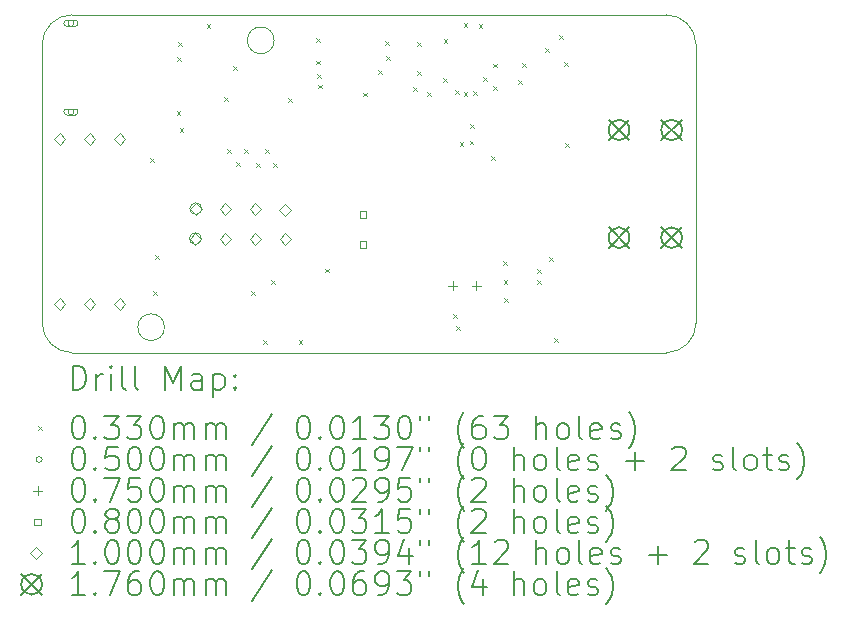
<source format=gbr>
%TF.GenerationSoftware,KiCad,Pcbnew,7.0.10*%
%TF.CreationDate,2024-12-23T10:05:39-08:00*%
%TF.ProjectId,wsg1.0,77736731-2e30-42e6-9b69-6361645f7063,rev?*%
%TF.SameCoordinates,Original*%
%TF.FileFunction,Drillmap*%
%TF.FilePolarity,Positive*%
%FSLAX45Y45*%
G04 Gerber Fmt 4.5, Leading zero omitted, Abs format (unit mm)*
G04 Created by KiCad (PCBNEW 7.0.10) date 2024-12-23 10:05:39*
%MOMM*%
%LPD*%
G01*
G04 APERTURE LIST*
%ADD10C,0.010000*%
%ADD11C,0.200000*%
%ADD12C,0.100000*%
%ADD13C,0.176000*%
G04 APERTURE END LIST*
D10*
X5537200Y-254000D02*
G75*
G03*
X5283200Y0I-254000J0D01*
G01*
X1964055Y-215913D02*
G75*
G03*
X1737995Y-215913I-113030J0D01*
G01*
X1737995Y-215913D02*
G75*
G03*
X1964055Y-215913I113030J0D01*
G01*
X254000Y-2860675D02*
X5283200Y-2860675D01*
X5283200Y-2860675D02*
G75*
G03*
X5537200Y-2606675I0J254000D01*
G01*
X1036155Y-2644788D02*
G75*
G03*
X810095Y-2644788I-113030J0D01*
G01*
X810095Y-2644788D02*
G75*
G03*
X1036155Y-2644788I113030J0D01*
G01*
X5283200Y0D02*
X254000Y0D01*
X5537200Y-2606675D02*
X5537200Y-254000D01*
X254000Y0D02*
G75*
G03*
X0Y-254000I0J-254000D01*
G01*
X0Y-2606675D02*
G75*
G03*
X254000Y-2860675I254000J0D01*
G01*
X0Y-254000D02*
X0Y-2606675D01*
D11*
D12*
X912490Y-1214490D02*
X945510Y-1247510D01*
X945510Y-1214490D02*
X912490Y-1247510D01*
X937490Y-2341490D02*
X970510Y-2374510D01*
X970510Y-2341490D02*
X937490Y-2374510D01*
X956490Y-2036490D02*
X989510Y-2069510D01*
X989510Y-2036490D02*
X956490Y-2069510D01*
X1138490Y-813490D02*
X1171510Y-846510D01*
X1171510Y-813490D02*
X1138490Y-846510D01*
X1142490Y-356490D02*
X1175510Y-389510D01*
X1175510Y-356490D02*
X1142490Y-389510D01*
X1150490Y-231490D02*
X1183510Y-264510D01*
X1183510Y-231490D02*
X1150490Y-264510D01*
X1163490Y-962490D02*
X1196510Y-995510D01*
X1196510Y-962490D02*
X1163490Y-995510D01*
X1392490Y-78490D02*
X1425510Y-111510D01*
X1425510Y-78490D02*
X1392490Y-111510D01*
X1539490Y-697490D02*
X1572510Y-730510D01*
X1572510Y-697490D02*
X1539490Y-730510D01*
X1569490Y-1136490D02*
X1602510Y-1169510D01*
X1602510Y-1136490D02*
X1569490Y-1169510D01*
X1614490Y-437490D02*
X1647510Y-470510D01*
X1647510Y-437490D02*
X1614490Y-470510D01*
X1642490Y-1243490D02*
X1675510Y-1276510D01*
X1675510Y-1243490D02*
X1642490Y-1276510D01*
X1713490Y-1136490D02*
X1746510Y-1169510D01*
X1746510Y-1136490D02*
X1713490Y-1169510D01*
X1769490Y-2338490D02*
X1802510Y-2371510D01*
X1802510Y-2338490D02*
X1769490Y-2371510D01*
X1813490Y-1256490D02*
X1846510Y-1289510D01*
X1846510Y-1256490D02*
X1813490Y-1289510D01*
X1870490Y-2753490D02*
X1903510Y-2786510D01*
X1903510Y-2753490D02*
X1870490Y-2786510D01*
X1886490Y-1138490D02*
X1919510Y-1171510D01*
X1919510Y-1138490D02*
X1886490Y-1171510D01*
X1937490Y-2242490D02*
X1970510Y-2275510D01*
X1970510Y-2242490D02*
X1937490Y-2275510D01*
X1953490Y-1251490D02*
X1986510Y-1284510D01*
X1986510Y-1251490D02*
X1953490Y-1284510D01*
X2078791Y-704895D02*
X2111811Y-737915D01*
X2111811Y-704895D02*
X2078791Y-737915D01*
X2171490Y-2756490D02*
X2204510Y-2789510D01*
X2204510Y-2756490D02*
X2171490Y-2789510D01*
X2321490Y-387490D02*
X2354510Y-420510D01*
X2354510Y-387490D02*
X2321490Y-420510D01*
X2322490Y-198490D02*
X2355510Y-231510D01*
X2355510Y-198490D02*
X2322490Y-231510D01*
X2325740Y-499251D02*
X2358760Y-532271D01*
X2358760Y-499251D02*
X2325740Y-532271D01*
X2337490Y-590150D02*
X2370510Y-623170D01*
X2370510Y-590150D02*
X2337490Y-623170D01*
X2397490Y-2148490D02*
X2430510Y-2181510D01*
X2430510Y-2148490D02*
X2397490Y-2181510D01*
X2719490Y-657830D02*
X2752510Y-690850D01*
X2752510Y-657830D02*
X2719490Y-690850D01*
X2843490Y-469490D02*
X2876510Y-502510D01*
X2876510Y-469490D02*
X2843490Y-502510D01*
X2904490Y-222490D02*
X2937510Y-255510D01*
X2937510Y-222490D02*
X2904490Y-255510D01*
X2910509Y-352182D02*
X2943529Y-385202D01*
X2943529Y-352182D02*
X2910509Y-385202D01*
X3138315Y-608786D02*
X3171335Y-641806D01*
X3171335Y-608786D02*
X3138315Y-641806D01*
X3171898Y-476042D02*
X3204918Y-509062D01*
X3204918Y-476042D02*
X3171898Y-509062D01*
X3174830Y-231490D02*
X3207850Y-264510D01*
X3207850Y-231490D02*
X3174830Y-264510D01*
X3256990Y-653990D02*
X3290010Y-687010D01*
X3290010Y-653990D02*
X3256990Y-687010D01*
X3391490Y-536490D02*
X3424510Y-569510D01*
X3424510Y-536490D02*
X3391490Y-569510D01*
X3399490Y-207490D02*
X3432510Y-240510D01*
X3432510Y-207490D02*
X3399490Y-240510D01*
X3478490Y-2531490D02*
X3511510Y-2564510D01*
X3511510Y-2531490D02*
X3478490Y-2564510D01*
X3493490Y-640490D02*
X3526510Y-673510D01*
X3526510Y-640490D02*
X3493490Y-673510D01*
X3504490Y-2634490D02*
X3537510Y-2667510D01*
X3537510Y-2634490D02*
X3504490Y-2667510D01*
X3534490Y-1073490D02*
X3567510Y-1106510D01*
X3567510Y-1073490D02*
X3534490Y-1106510D01*
X3568490Y-72490D02*
X3601510Y-105510D01*
X3601510Y-72490D02*
X3568490Y-105510D01*
X3568490Y-650490D02*
X3601510Y-683510D01*
X3601510Y-650490D02*
X3568490Y-683510D01*
X3619490Y-1064490D02*
X3652510Y-1097510D01*
X3652510Y-1064490D02*
X3619490Y-1097510D01*
X3621490Y-927490D02*
X3654510Y-960510D01*
X3654510Y-927490D02*
X3621490Y-960510D01*
X3645490Y-642490D02*
X3678510Y-675510D01*
X3678510Y-642490D02*
X3645490Y-675510D01*
X3695490Y-74490D02*
X3728510Y-107510D01*
X3728510Y-74490D02*
X3695490Y-107510D01*
X3731490Y-530490D02*
X3764510Y-563510D01*
X3764510Y-530490D02*
X3731490Y-563510D01*
X3799490Y-1197490D02*
X3832510Y-1230510D01*
X3832510Y-1197490D02*
X3799490Y-1230510D01*
X3820490Y-412490D02*
X3853510Y-445510D01*
X3853510Y-412490D02*
X3820490Y-445510D01*
X3821490Y-599490D02*
X3854510Y-632510D01*
X3854510Y-599490D02*
X3821490Y-632510D01*
X3905490Y-2087490D02*
X3938510Y-2120510D01*
X3938510Y-2087490D02*
X3905490Y-2120510D01*
X3907490Y-2246490D02*
X3940510Y-2279510D01*
X3940510Y-2246490D02*
X3907490Y-2279510D01*
X3911490Y-2398490D02*
X3944510Y-2431510D01*
X3944510Y-2398490D02*
X3911490Y-2431510D01*
X4027490Y-551490D02*
X4060510Y-584510D01*
X4060510Y-551490D02*
X4027490Y-584510D01*
X4065490Y-408490D02*
X4098510Y-441510D01*
X4098510Y-408490D02*
X4065490Y-441510D01*
X4189490Y-2247490D02*
X4222510Y-2280510D01*
X4222510Y-2247490D02*
X4189490Y-2280510D01*
X4192490Y-2149490D02*
X4225510Y-2182510D01*
X4225510Y-2149490D02*
X4192490Y-2182510D01*
X4257490Y-283490D02*
X4290510Y-316510D01*
X4290510Y-283490D02*
X4257490Y-316510D01*
X4294490Y-2050490D02*
X4327510Y-2083510D01*
X4327510Y-2050490D02*
X4294490Y-2083510D01*
X4334490Y-2737490D02*
X4367510Y-2770510D01*
X4367510Y-2737490D02*
X4334490Y-2770510D01*
X4373490Y-174490D02*
X4406510Y-207510D01*
X4406510Y-174490D02*
X4373490Y-207510D01*
X4418490Y-401490D02*
X4451510Y-434510D01*
X4451510Y-401490D02*
X4418490Y-434510D01*
X4429490Y-1088490D02*
X4462510Y-1121510D01*
X4462510Y-1088490D02*
X4429490Y-1121510D01*
X269000Y-72000D02*
G75*
G03*
X219000Y-72000I-25000J0D01*
G01*
X219000Y-72000D02*
G75*
G03*
X269000Y-72000I25000J0D01*
G01*
X209000Y-97000D02*
X279000Y-97000D01*
X279000Y-97000D02*
G75*
G03*
X279000Y-47000I0J25000D01*
G01*
X279000Y-47000D02*
X209000Y-47000D01*
X209000Y-47000D02*
G75*
G03*
X209000Y-97000I0J-25000D01*
G01*
X269000Y-822000D02*
G75*
G03*
X219000Y-822000I-25000J0D01*
G01*
X219000Y-822000D02*
G75*
G03*
X269000Y-822000I25000J0D01*
G01*
X209000Y-847000D02*
X279000Y-847000D01*
X279000Y-847000D02*
G75*
G03*
X279000Y-797000I0J25000D01*
G01*
X279000Y-797000D02*
X209000Y-797000D01*
X209000Y-797000D02*
G75*
G03*
X209000Y-847000I0J-25000D01*
G01*
X3477000Y-2257500D02*
X3477000Y-2332500D01*
X3439500Y-2295000D02*
X3514500Y-2295000D01*
X3677000Y-2257500D02*
X3677000Y-2332500D01*
X3639500Y-2295000D02*
X3714500Y-2295000D01*
X2744455Y-1719924D02*
X2744455Y-1663355D01*
X2687886Y-1663355D01*
X2687886Y-1719924D01*
X2744455Y-1719924D01*
X2744455Y-1973924D02*
X2744455Y-1917355D01*
X2687886Y-1917355D01*
X2687886Y-1973924D01*
X2744455Y-1973924D01*
X148000Y-1099000D02*
X198000Y-1049000D01*
X148000Y-999000D01*
X98000Y-1049000D01*
X148000Y-1099000D01*
X148000Y-2499000D02*
X198000Y-2449000D01*
X148000Y-2399000D01*
X98000Y-2449000D01*
X148000Y-2499000D01*
X402000Y-1099000D02*
X452000Y-1049000D01*
X402000Y-999000D01*
X352000Y-1049000D01*
X402000Y-1099000D01*
X402000Y-2499000D02*
X452000Y-2449000D01*
X402000Y-2399000D01*
X352000Y-2449000D01*
X402000Y-2499000D01*
X656000Y-1099000D02*
X706000Y-1049000D01*
X656000Y-999000D01*
X606000Y-1049000D01*
X656000Y-1099000D01*
X656000Y-2499000D02*
X706000Y-2449000D01*
X656000Y-2399000D01*
X606000Y-2449000D01*
X656000Y-2499000D01*
X1298850Y-1944840D02*
X1348850Y-1894840D01*
X1298850Y-1844840D01*
X1248850Y-1894840D01*
X1298850Y-1944840D01*
X1298850Y-1944840D02*
X1298850Y-1944840D01*
X1298850Y-1944840D02*
G75*
G03*
X1298850Y-1844840I0J50000D01*
G01*
X1298850Y-1844840D02*
X1298850Y-1844840D01*
X1298850Y-1844840D02*
G75*
G03*
X1298850Y-1944840I0J-50000D01*
G01*
X1301650Y-1690840D02*
X1351650Y-1640840D01*
X1301650Y-1590840D01*
X1251650Y-1640840D01*
X1301650Y-1690840D01*
X1301650Y-1690840D02*
X1301650Y-1690840D01*
X1301650Y-1690840D02*
G75*
G03*
X1301650Y-1590840I0J50000D01*
G01*
X1301650Y-1590840D02*
X1301650Y-1590840D01*
X1301650Y-1590840D02*
G75*
G03*
X1301650Y-1690840I0J-50000D01*
G01*
X1552850Y-1690840D02*
X1602850Y-1640840D01*
X1552850Y-1590840D01*
X1502850Y-1640840D01*
X1552850Y-1690840D01*
X1552850Y-1944840D02*
X1602850Y-1894840D01*
X1552850Y-1844840D01*
X1502850Y-1894840D01*
X1552850Y-1944840D01*
X1806850Y-1690840D02*
X1856850Y-1640840D01*
X1806850Y-1590840D01*
X1756850Y-1640840D01*
X1806850Y-1690840D01*
X1806850Y-1944840D02*
X1856850Y-1894840D01*
X1806850Y-1844840D01*
X1756850Y-1894840D01*
X1806850Y-1944840D01*
X2055170Y-1700100D02*
X2105170Y-1650100D01*
X2055170Y-1600100D01*
X2005170Y-1650100D01*
X2055170Y-1700100D01*
X2060850Y-1944840D02*
X2110850Y-1894840D01*
X2060850Y-1844840D01*
X2010850Y-1894840D01*
X2060850Y-1944840D01*
D13*
X4797000Y-887000D02*
X4973000Y-1063000D01*
X4973000Y-887000D02*
X4797000Y-1063000D01*
X4973000Y-975000D02*
G75*
G03*
X4797000Y-975000I-88000J0D01*
G01*
X4797000Y-975000D02*
G75*
G03*
X4973000Y-975000I88000J0D01*
G01*
X4797000Y-1799000D02*
X4973000Y-1975000D01*
X4973000Y-1799000D02*
X4797000Y-1975000D01*
X4973000Y-1887000D02*
G75*
G03*
X4797000Y-1887000I-88000J0D01*
G01*
X4797000Y-1887000D02*
G75*
G03*
X4973000Y-1887000I88000J0D01*
G01*
X5242000Y-887000D02*
X5418000Y-1063000D01*
X5418000Y-887000D02*
X5242000Y-1063000D01*
X5418000Y-975000D02*
G75*
G03*
X5242000Y-975000I-88000J0D01*
G01*
X5242000Y-975000D02*
G75*
G03*
X5418000Y-975000I88000J0D01*
G01*
X5242000Y-1799000D02*
X5418000Y-1975000D01*
X5418000Y-1799000D02*
X5242000Y-1975000D01*
X5418000Y-1887000D02*
G75*
G03*
X5242000Y-1887000I-88000J0D01*
G01*
X5242000Y-1887000D02*
G75*
G03*
X5418000Y-1887000I88000J0D01*
G01*
D11*
X260277Y-3172659D02*
X260277Y-2972659D01*
X260277Y-2972659D02*
X307896Y-2972659D01*
X307896Y-2972659D02*
X336467Y-2982183D01*
X336467Y-2982183D02*
X355515Y-3001230D01*
X355515Y-3001230D02*
X365039Y-3020278D01*
X365039Y-3020278D02*
X374562Y-3058373D01*
X374562Y-3058373D02*
X374562Y-3086944D01*
X374562Y-3086944D02*
X365039Y-3125040D01*
X365039Y-3125040D02*
X355515Y-3144087D01*
X355515Y-3144087D02*
X336467Y-3163135D01*
X336467Y-3163135D02*
X307896Y-3172659D01*
X307896Y-3172659D02*
X260277Y-3172659D01*
X460277Y-3172659D02*
X460277Y-3039325D01*
X460277Y-3077421D02*
X469801Y-3058373D01*
X469801Y-3058373D02*
X479324Y-3048849D01*
X479324Y-3048849D02*
X498372Y-3039325D01*
X498372Y-3039325D02*
X517420Y-3039325D01*
X584086Y-3172659D02*
X584086Y-3039325D01*
X584086Y-2972659D02*
X574563Y-2982183D01*
X574563Y-2982183D02*
X584086Y-2991706D01*
X584086Y-2991706D02*
X593610Y-2982183D01*
X593610Y-2982183D02*
X584086Y-2972659D01*
X584086Y-2972659D02*
X584086Y-2991706D01*
X707896Y-3172659D02*
X688848Y-3163135D01*
X688848Y-3163135D02*
X679324Y-3144087D01*
X679324Y-3144087D02*
X679324Y-2972659D01*
X812658Y-3172659D02*
X793610Y-3163135D01*
X793610Y-3163135D02*
X784086Y-3144087D01*
X784086Y-3144087D02*
X784086Y-2972659D01*
X1041229Y-3172659D02*
X1041229Y-2972659D01*
X1041229Y-2972659D02*
X1107896Y-3115516D01*
X1107896Y-3115516D02*
X1174563Y-2972659D01*
X1174563Y-2972659D02*
X1174563Y-3172659D01*
X1355515Y-3172659D02*
X1355515Y-3067897D01*
X1355515Y-3067897D02*
X1345991Y-3048849D01*
X1345991Y-3048849D02*
X1326944Y-3039325D01*
X1326944Y-3039325D02*
X1288848Y-3039325D01*
X1288848Y-3039325D02*
X1269801Y-3048849D01*
X1355515Y-3163135D02*
X1336467Y-3172659D01*
X1336467Y-3172659D02*
X1288848Y-3172659D01*
X1288848Y-3172659D02*
X1269801Y-3163135D01*
X1269801Y-3163135D02*
X1260277Y-3144087D01*
X1260277Y-3144087D02*
X1260277Y-3125040D01*
X1260277Y-3125040D02*
X1269801Y-3105992D01*
X1269801Y-3105992D02*
X1288848Y-3096468D01*
X1288848Y-3096468D02*
X1336467Y-3096468D01*
X1336467Y-3096468D02*
X1355515Y-3086944D01*
X1450753Y-3039325D02*
X1450753Y-3239325D01*
X1450753Y-3048849D02*
X1469801Y-3039325D01*
X1469801Y-3039325D02*
X1507896Y-3039325D01*
X1507896Y-3039325D02*
X1526943Y-3048849D01*
X1526943Y-3048849D02*
X1536467Y-3058373D01*
X1536467Y-3058373D02*
X1545991Y-3077421D01*
X1545991Y-3077421D02*
X1545991Y-3134563D01*
X1545991Y-3134563D02*
X1536467Y-3153611D01*
X1536467Y-3153611D02*
X1526943Y-3163135D01*
X1526943Y-3163135D02*
X1507896Y-3172659D01*
X1507896Y-3172659D02*
X1469801Y-3172659D01*
X1469801Y-3172659D02*
X1450753Y-3163135D01*
X1631705Y-3153611D02*
X1641229Y-3163135D01*
X1641229Y-3163135D02*
X1631705Y-3172659D01*
X1631705Y-3172659D02*
X1622182Y-3163135D01*
X1622182Y-3163135D02*
X1631705Y-3153611D01*
X1631705Y-3153611D02*
X1631705Y-3172659D01*
X1631705Y-3048849D02*
X1641229Y-3058373D01*
X1641229Y-3058373D02*
X1631705Y-3067897D01*
X1631705Y-3067897D02*
X1622182Y-3058373D01*
X1622182Y-3058373D02*
X1631705Y-3048849D01*
X1631705Y-3048849D02*
X1631705Y-3067897D01*
D12*
X-33520Y-3484665D02*
X-500Y-3517685D01*
X-500Y-3484665D02*
X-33520Y-3517685D01*
D11*
X298372Y-3392659D02*
X317420Y-3392659D01*
X317420Y-3392659D02*
X336467Y-3402183D01*
X336467Y-3402183D02*
X345991Y-3411706D01*
X345991Y-3411706D02*
X355515Y-3430754D01*
X355515Y-3430754D02*
X365039Y-3468849D01*
X365039Y-3468849D02*
X365039Y-3516468D01*
X365039Y-3516468D02*
X355515Y-3554563D01*
X355515Y-3554563D02*
X345991Y-3573611D01*
X345991Y-3573611D02*
X336467Y-3583135D01*
X336467Y-3583135D02*
X317420Y-3592659D01*
X317420Y-3592659D02*
X298372Y-3592659D01*
X298372Y-3592659D02*
X279324Y-3583135D01*
X279324Y-3583135D02*
X269801Y-3573611D01*
X269801Y-3573611D02*
X260277Y-3554563D01*
X260277Y-3554563D02*
X250753Y-3516468D01*
X250753Y-3516468D02*
X250753Y-3468849D01*
X250753Y-3468849D02*
X260277Y-3430754D01*
X260277Y-3430754D02*
X269801Y-3411706D01*
X269801Y-3411706D02*
X279324Y-3402183D01*
X279324Y-3402183D02*
X298372Y-3392659D01*
X450753Y-3573611D02*
X460277Y-3583135D01*
X460277Y-3583135D02*
X450753Y-3592659D01*
X450753Y-3592659D02*
X441229Y-3583135D01*
X441229Y-3583135D02*
X450753Y-3573611D01*
X450753Y-3573611D02*
X450753Y-3592659D01*
X526944Y-3392659D02*
X650753Y-3392659D01*
X650753Y-3392659D02*
X584086Y-3468849D01*
X584086Y-3468849D02*
X612658Y-3468849D01*
X612658Y-3468849D02*
X631705Y-3478373D01*
X631705Y-3478373D02*
X641229Y-3487897D01*
X641229Y-3487897D02*
X650753Y-3506944D01*
X650753Y-3506944D02*
X650753Y-3554563D01*
X650753Y-3554563D02*
X641229Y-3573611D01*
X641229Y-3573611D02*
X631705Y-3583135D01*
X631705Y-3583135D02*
X612658Y-3592659D01*
X612658Y-3592659D02*
X555515Y-3592659D01*
X555515Y-3592659D02*
X536467Y-3583135D01*
X536467Y-3583135D02*
X526944Y-3573611D01*
X717420Y-3392659D02*
X841229Y-3392659D01*
X841229Y-3392659D02*
X774562Y-3468849D01*
X774562Y-3468849D02*
X803134Y-3468849D01*
X803134Y-3468849D02*
X822182Y-3478373D01*
X822182Y-3478373D02*
X831705Y-3487897D01*
X831705Y-3487897D02*
X841229Y-3506944D01*
X841229Y-3506944D02*
X841229Y-3554563D01*
X841229Y-3554563D02*
X831705Y-3573611D01*
X831705Y-3573611D02*
X822182Y-3583135D01*
X822182Y-3583135D02*
X803134Y-3592659D01*
X803134Y-3592659D02*
X745991Y-3592659D01*
X745991Y-3592659D02*
X726943Y-3583135D01*
X726943Y-3583135D02*
X717420Y-3573611D01*
X965039Y-3392659D02*
X984086Y-3392659D01*
X984086Y-3392659D02*
X1003134Y-3402183D01*
X1003134Y-3402183D02*
X1012658Y-3411706D01*
X1012658Y-3411706D02*
X1022182Y-3430754D01*
X1022182Y-3430754D02*
X1031705Y-3468849D01*
X1031705Y-3468849D02*
X1031705Y-3516468D01*
X1031705Y-3516468D02*
X1022182Y-3554563D01*
X1022182Y-3554563D02*
X1012658Y-3573611D01*
X1012658Y-3573611D02*
X1003134Y-3583135D01*
X1003134Y-3583135D02*
X984086Y-3592659D01*
X984086Y-3592659D02*
X965039Y-3592659D01*
X965039Y-3592659D02*
X945991Y-3583135D01*
X945991Y-3583135D02*
X936467Y-3573611D01*
X936467Y-3573611D02*
X926943Y-3554563D01*
X926943Y-3554563D02*
X917420Y-3516468D01*
X917420Y-3516468D02*
X917420Y-3468849D01*
X917420Y-3468849D02*
X926943Y-3430754D01*
X926943Y-3430754D02*
X936467Y-3411706D01*
X936467Y-3411706D02*
X945991Y-3402183D01*
X945991Y-3402183D02*
X965039Y-3392659D01*
X1117420Y-3592659D02*
X1117420Y-3459325D01*
X1117420Y-3478373D02*
X1126944Y-3468849D01*
X1126944Y-3468849D02*
X1145991Y-3459325D01*
X1145991Y-3459325D02*
X1174563Y-3459325D01*
X1174563Y-3459325D02*
X1193610Y-3468849D01*
X1193610Y-3468849D02*
X1203134Y-3487897D01*
X1203134Y-3487897D02*
X1203134Y-3592659D01*
X1203134Y-3487897D02*
X1212658Y-3468849D01*
X1212658Y-3468849D02*
X1231705Y-3459325D01*
X1231705Y-3459325D02*
X1260277Y-3459325D01*
X1260277Y-3459325D02*
X1279325Y-3468849D01*
X1279325Y-3468849D02*
X1288848Y-3487897D01*
X1288848Y-3487897D02*
X1288848Y-3592659D01*
X1384086Y-3592659D02*
X1384086Y-3459325D01*
X1384086Y-3478373D02*
X1393610Y-3468849D01*
X1393610Y-3468849D02*
X1412658Y-3459325D01*
X1412658Y-3459325D02*
X1441229Y-3459325D01*
X1441229Y-3459325D02*
X1460277Y-3468849D01*
X1460277Y-3468849D02*
X1469801Y-3487897D01*
X1469801Y-3487897D02*
X1469801Y-3592659D01*
X1469801Y-3487897D02*
X1479324Y-3468849D01*
X1479324Y-3468849D02*
X1498372Y-3459325D01*
X1498372Y-3459325D02*
X1526943Y-3459325D01*
X1526943Y-3459325D02*
X1545991Y-3468849D01*
X1545991Y-3468849D02*
X1555515Y-3487897D01*
X1555515Y-3487897D02*
X1555515Y-3592659D01*
X1945991Y-3383135D02*
X1774563Y-3640278D01*
X2203134Y-3392659D02*
X2222182Y-3392659D01*
X2222182Y-3392659D02*
X2241229Y-3402183D01*
X2241229Y-3402183D02*
X2250753Y-3411706D01*
X2250753Y-3411706D02*
X2260277Y-3430754D01*
X2260277Y-3430754D02*
X2269801Y-3468849D01*
X2269801Y-3468849D02*
X2269801Y-3516468D01*
X2269801Y-3516468D02*
X2260277Y-3554563D01*
X2260277Y-3554563D02*
X2250753Y-3573611D01*
X2250753Y-3573611D02*
X2241229Y-3583135D01*
X2241229Y-3583135D02*
X2222182Y-3592659D01*
X2222182Y-3592659D02*
X2203134Y-3592659D01*
X2203134Y-3592659D02*
X2184087Y-3583135D01*
X2184087Y-3583135D02*
X2174563Y-3573611D01*
X2174563Y-3573611D02*
X2165039Y-3554563D01*
X2165039Y-3554563D02*
X2155515Y-3516468D01*
X2155515Y-3516468D02*
X2155515Y-3468849D01*
X2155515Y-3468849D02*
X2165039Y-3430754D01*
X2165039Y-3430754D02*
X2174563Y-3411706D01*
X2174563Y-3411706D02*
X2184087Y-3402183D01*
X2184087Y-3402183D02*
X2203134Y-3392659D01*
X2355515Y-3573611D02*
X2365039Y-3583135D01*
X2365039Y-3583135D02*
X2355515Y-3592659D01*
X2355515Y-3592659D02*
X2345991Y-3583135D01*
X2345991Y-3583135D02*
X2355515Y-3573611D01*
X2355515Y-3573611D02*
X2355515Y-3592659D01*
X2488848Y-3392659D02*
X2507896Y-3392659D01*
X2507896Y-3392659D02*
X2526944Y-3402183D01*
X2526944Y-3402183D02*
X2536468Y-3411706D01*
X2536468Y-3411706D02*
X2545991Y-3430754D01*
X2545991Y-3430754D02*
X2555515Y-3468849D01*
X2555515Y-3468849D02*
X2555515Y-3516468D01*
X2555515Y-3516468D02*
X2545991Y-3554563D01*
X2545991Y-3554563D02*
X2536468Y-3573611D01*
X2536468Y-3573611D02*
X2526944Y-3583135D01*
X2526944Y-3583135D02*
X2507896Y-3592659D01*
X2507896Y-3592659D02*
X2488848Y-3592659D01*
X2488848Y-3592659D02*
X2469801Y-3583135D01*
X2469801Y-3583135D02*
X2460277Y-3573611D01*
X2460277Y-3573611D02*
X2450753Y-3554563D01*
X2450753Y-3554563D02*
X2441229Y-3516468D01*
X2441229Y-3516468D02*
X2441229Y-3468849D01*
X2441229Y-3468849D02*
X2450753Y-3430754D01*
X2450753Y-3430754D02*
X2460277Y-3411706D01*
X2460277Y-3411706D02*
X2469801Y-3402183D01*
X2469801Y-3402183D02*
X2488848Y-3392659D01*
X2745991Y-3592659D02*
X2631706Y-3592659D01*
X2688848Y-3592659D02*
X2688848Y-3392659D01*
X2688848Y-3392659D02*
X2669801Y-3421230D01*
X2669801Y-3421230D02*
X2650753Y-3440278D01*
X2650753Y-3440278D02*
X2631706Y-3449802D01*
X2812658Y-3392659D02*
X2936467Y-3392659D01*
X2936467Y-3392659D02*
X2869801Y-3468849D01*
X2869801Y-3468849D02*
X2898372Y-3468849D01*
X2898372Y-3468849D02*
X2917420Y-3478373D01*
X2917420Y-3478373D02*
X2926944Y-3487897D01*
X2926944Y-3487897D02*
X2936467Y-3506944D01*
X2936467Y-3506944D02*
X2936467Y-3554563D01*
X2936467Y-3554563D02*
X2926944Y-3573611D01*
X2926944Y-3573611D02*
X2917420Y-3583135D01*
X2917420Y-3583135D02*
X2898372Y-3592659D01*
X2898372Y-3592659D02*
X2841229Y-3592659D01*
X2841229Y-3592659D02*
X2822182Y-3583135D01*
X2822182Y-3583135D02*
X2812658Y-3573611D01*
X3060277Y-3392659D02*
X3079325Y-3392659D01*
X3079325Y-3392659D02*
X3098372Y-3402183D01*
X3098372Y-3402183D02*
X3107896Y-3411706D01*
X3107896Y-3411706D02*
X3117420Y-3430754D01*
X3117420Y-3430754D02*
X3126944Y-3468849D01*
X3126944Y-3468849D02*
X3126944Y-3516468D01*
X3126944Y-3516468D02*
X3117420Y-3554563D01*
X3117420Y-3554563D02*
X3107896Y-3573611D01*
X3107896Y-3573611D02*
X3098372Y-3583135D01*
X3098372Y-3583135D02*
X3079325Y-3592659D01*
X3079325Y-3592659D02*
X3060277Y-3592659D01*
X3060277Y-3592659D02*
X3041229Y-3583135D01*
X3041229Y-3583135D02*
X3031706Y-3573611D01*
X3031706Y-3573611D02*
X3022182Y-3554563D01*
X3022182Y-3554563D02*
X3012658Y-3516468D01*
X3012658Y-3516468D02*
X3012658Y-3468849D01*
X3012658Y-3468849D02*
X3022182Y-3430754D01*
X3022182Y-3430754D02*
X3031706Y-3411706D01*
X3031706Y-3411706D02*
X3041229Y-3402183D01*
X3041229Y-3402183D02*
X3060277Y-3392659D01*
X3203134Y-3392659D02*
X3203134Y-3430754D01*
X3279325Y-3392659D02*
X3279325Y-3430754D01*
X3574563Y-3668849D02*
X3565039Y-3659325D01*
X3565039Y-3659325D02*
X3545991Y-3630754D01*
X3545991Y-3630754D02*
X3536468Y-3611706D01*
X3536468Y-3611706D02*
X3526944Y-3583135D01*
X3526944Y-3583135D02*
X3517420Y-3535516D01*
X3517420Y-3535516D02*
X3517420Y-3497421D01*
X3517420Y-3497421D02*
X3526944Y-3449802D01*
X3526944Y-3449802D02*
X3536468Y-3421230D01*
X3536468Y-3421230D02*
X3545991Y-3402183D01*
X3545991Y-3402183D02*
X3565039Y-3373611D01*
X3565039Y-3373611D02*
X3574563Y-3364087D01*
X3736468Y-3392659D02*
X3698372Y-3392659D01*
X3698372Y-3392659D02*
X3679325Y-3402183D01*
X3679325Y-3402183D02*
X3669801Y-3411706D01*
X3669801Y-3411706D02*
X3650753Y-3440278D01*
X3650753Y-3440278D02*
X3641229Y-3478373D01*
X3641229Y-3478373D02*
X3641229Y-3554563D01*
X3641229Y-3554563D02*
X3650753Y-3573611D01*
X3650753Y-3573611D02*
X3660277Y-3583135D01*
X3660277Y-3583135D02*
X3679325Y-3592659D01*
X3679325Y-3592659D02*
X3717420Y-3592659D01*
X3717420Y-3592659D02*
X3736468Y-3583135D01*
X3736468Y-3583135D02*
X3745991Y-3573611D01*
X3745991Y-3573611D02*
X3755515Y-3554563D01*
X3755515Y-3554563D02*
X3755515Y-3506944D01*
X3755515Y-3506944D02*
X3745991Y-3487897D01*
X3745991Y-3487897D02*
X3736468Y-3478373D01*
X3736468Y-3478373D02*
X3717420Y-3468849D01*
X3717420Y-3468849D02*
X3679325Y-3468849D01*
X3679325Y-3468849D02*
X3660277Y-3478373D01*
X3660277Y-3478373D02*
X3650753Y-3487897D01*
X3650753Y-3487897D02*
X3641229Y-3506944D01*
X3822182Y-3392659D02*
X3945991Y-3392659D01*
X3945991Y-3392659D02*
X3879325Y-3468849D01*
X3879325Y-3468849D02*
X3907896Y-3468849D01*
X3907896Y-3468849D02*
X3926944Y-3478373D01*
X3926944Y-3478373D02*
X3936468Y-3487897D01*
X3936468Y-3487897D02*
X3945991Y-3506944D01*
X3945991Y-3506944D02*
X3945991Y-3554563D01*
X3945991Y-3554563D02*
X3936468Y-3573611D01*
X3936468Y-3573611D02*
X3926944Y-3583135D01*
X3926944Y-3583135D02*
X3907896Y-3592659D01*
X3907896Y-3592659D02*
X3850753Y-3592659D01*
X3850753Y-3592659D02*
X3831706Y-3583135D01*
X3831706Y-3583135D02*
X3822182Y-3573611D01*
X4184087Y-3592659D02*
X4184087Y-3392659D01*
X4269801Y-3592659D02*
X4269801Y-3487897D01*
X4269801Y-3487897D02*
X4260277Y-3468849D01*
X4260277Y-3468849D02*
X4241230Y-3459325D01*
X4241230Y-3459325D02*
X4212658Y-3459325D01*
X4212658Y-3459325D02*
X4193610Y-3468849D01*
X4193610Y-3468849D02*
X4184087Y-3478373D01*
X4393611Y-3592659D02*
X4374563Y-3583135D01*
X4374563Y-3583135D02*
X4365039Y-3573611D01*
X4365039Y-3573611D02*
X4355515Y-3554563D01*
X4355515Y-3554563D02*
X4355515Y-3497421D01*
X4355515Y-3497421D02*
X4365039Y-3478373D01*
X4365039Y-3478373D02*
X4374563Y-3468849D01*
X4374563Y-3468849D02*
X4393611Y-3459325D01*
X4393611Y-3459325D02*
X4422182Y-3459325D01*
X4422182Y-3459325D02*
X4441230Y-3468849D01*
X4441230Y-3468849D02*
X4450753Y-3478373D01*
X4450753Y-3478373D02*
X4460277Y-3497421D01*
X4460277Y-3497421D02*
X4460277Y-3554563D01*
X4460277Y-3554563D02*
X4450753Y-3573611D01*
X4450753Y-3573611D02*
X4441230Y-3583135D01*
X4441230Y-3583135D02*
X4422182Y-3592659D01*
X4422182Y-3592659D02*
X4393611Y-3592659D01*
X4574563Y-3592659D02*
X4555515Y-3583135D01*
X4555515Y-3583135D02*
X4545992Y-3564087D01*
X4545992Y-3564087D02*
X4545992Y-3392659D01*
X4726944Y-3583135D02*
X4707896Y-3592659D01*
X4707896Y-3592659D02*
X4669801Y-3592659D01*
X4669801Y-3592659D02*
X4650753Y-3583135D01*
X4650753Y-3583135D02*
X4641230Y-3564087D01*
X4641230Y-3564087D02*
X4641230Y-3487897D01*
X4641230Y-3487897D02*
X4650753Y-3468849D01*
X4650753Y-3468849D02*
X4669801Y-3459325D01*
X4669801Y-3459325D02*
X4707896Y-3459325D01*
X4707896Y-3459325D02*
X4726944Y-3468849D01*
X4726944Y-3468849D02*
X4736468Y-3487897D01*
X4736468Y-3487897D02*
X4736468Y-3506944D01*
X4736468Y-3506944D02*
X4641230Y-3525992D01*
X4812658Y-3583135D02*
X4831706Y-3592659D01*
X4831706Y-3592659D02*
X4869801Y-3592659D01*
X4869801Y-3592659D02*
X4888849Y-3583135D01*
X4888849Y-3583135D02*
X4898373Y-3564087D01*
X4898373Y-3564087D02*
X4898373Y-3554563D01*
X4898373Y-3554563D02*
X4888849Y-3535516D01*
X4888849Y-3535516D02*
X4869801Y-3525992D01*
X4869801Y-3525992D02*
X4841230Y-3525992D01*
X4841230Y-3525992D02*
X4822182Y-3516468D01*
X4822182Y-3516468D02*
X4812658Y-3497421D01*
X4812658Y-3497421D02*
X4812658Y-3487897D01*
X4812658Y-3487897D02*
X4822182Y-3468849D01*
X4822182Y-3468849D02*
X4841230Y-3459325D01*
X4841230Y-3459325D02*
X4869801Y-3459325D01*
X4869801Y-3459325D02*
X4888849Y-3468849D01*
X4965039Y-3668849D02*
X4974563Y-3659325D01*
X4974563Y-3659325D02*
X4993611Y-3630754D01*
X4993611Y-3630754D02*
X5003134Y-3611706D01*
X5003134Y-3611706D02*
X5012658Y-3583135D01*
X5012658Y-3583135D02*
X5022182Y-3535516D01*
X5022182Y-3535516D02*
X5022182Y-3497421D01*
X5022182Y-3497421D02*
X5012658Y-3449802D01*
X5012658Y-3449802D02*
X5003134Y-3421230D01*
X5003134Y-3421230D02*
X4993611Y-3402183D01*
X4993611Y-3402183D02*
X4974563Y-3373611D01*
X4974563Y-3373611D02*
X4965039Y-3364087D01*
D12*
X-500Y-3765175D02*
G75*
G03*
X-50500Y-3765175I-25000J0D01*
G01*
X-50500Y-3765175D02*
G75*
G03*
X-500Y-3765175I25000J0D01*
G01*
D11*
X298372Y-3656659D02*
X317420Y-3656659D01*
X317420Y-3656659D02*
X336467Y-3666183D01*
X336467Y-3666183D02*
X345991Y-3675706D01*
X345991Y-3675706D02*
X355515Y-3694754D01*
X355515Y-3694754D02*
X365039Y-3732849D01*
X365039Y-3732849D02*
X365039Y-3780468D01*
X365039Y-3780468D02*
X355515Y-3818563D01*
X355515Y-3818563D02*
X345991Y-3837611D01*
X345991Y-3837611D02*
X336467Y-3847135D01*
X336467Y-3847135D02*
X317420Y-3856659D01*
X317420Y-3856659D02*
X298372Y-3856659D01*
X298372Y-3856659D02*
X279324Y-3847135D01*
X279324Y-3847135D02*
X269801Y-3837611D01*
X269801Y-3837611D02*
X260277Y-3818563D01*
X260277Y-3818563D02*
X250753Y-3780468D01*
X250753Y-3780468D02*
X250753Y-3732849D01*
X250753Y-3732849D02*
X260277Y-3694754D01*
X260277Y-3694754D02*
X269801Y-3675706D01*
X269801Y-3675706D02*
X279324Y-3666183D01*
X279324Y-3666183D02*
X298372Y-3656659D01*
X450753Y-3837611D02*
X460277Y-3847135D01*
X460277Y-3847135D02*
X450753Y-3856659D01*
X450753Y-3856659D02*
X441229Y-3847135D01*
X441229Y-3847135D02*
X450753Y-3837611D01*
X450753Y-3837611D02*
X450753Y-3856659D01*
X641229Y-3656659D02*
X545991Y-3656659D01*
X545991Y-3656659D02*
X536467Y-3751897D01*
X536467Y-3751897D02*
X545991Y-3742373D01*
X545991Y-3742373D02*
X565039Y-3732849D01*
X565039Y-3732849D02*
X612658Y-3732849D01*
X612658Y-3732849D02*
X631705Y-3742373D01*
X631705Y-3742373D02*
X641229Y-3751897D01*
X641229Y-3751897D02*
X650753Y-3770944D01*
X650753Y-3770944D02*
X650753Y-3818563D01*
X650753Y-3818563D02*
X641229Y-3837611D01*
X641229Y-3837611D02*
X631705Y-3847135D01*
X631705Y-3847135D02*
X612658Y-3856659D01*
X612658Y-3856659D02*
X565039Y-3856659D01*
X565039Y-3856659D02*
X545991Y-3847135D01*
X545991Y-3847135D02*
X536467Y-3837611D01*
X774562Y-3656659D02*
X793610Y-3656659D01*
X793610Y-3656659D02*
X812658Y-3666183D01*
X812658Y-3666183D02*
X822182Y-3675706D01*
X822182Y-3675706D02*
X831705Y-3694754D01*
X831705Y-3694754D02*
X841229Y-3732849D01*
X841229Y-3732849D02*
X841229Y-3780468D01*
X841229Y-3780468D02*
X831705Y-3818563D01*
X831705Y-3818563D02*
X822182Y-3837611D01*
X822182Y-3837611D02*
X812658Y-3847135D01*
X812658Y-3847135D02*
X793610Y-3856659D01*
X793610Y-3856659D02*
X774562Y-3856659D01*
X774562Y-3856659D02*
X755515Y-3847135D01*
X755515Y-3847135D02*
X745991Y-3837611D01*
X745991Y-3837611D02*
X736467Y-3818563D01*
X736467Y-3818563D02*
X726943Y-3780468D01*
X726943Y-3780468D02*
X726943Y-3732849D01*
X726943Y-3732849D02*
X736467Y-3694754D01*
X736467Y-3694754D02*
X745991Y-3675706D01*
X745991Y-3675706D02*
X755515Y-3666183D01*
X755515Y-3666183D02*
X774562Y-3656659D01*
X965039Y-3656659D02*
X984086Y-3656659D01*
X984086Y-3656659D02*
X1003134Y-3666183D01*
X1003134Y-3666183D02*
X1012658Y-3675706D01*
X1012658Y-3675706D02*
X1022182Y-3694754D01*
X1022182Y-3694754D02*
X1031705Y-3732849D01*
X1031705Y-3732849D02*
X1031705Y-3780468D01*
X1031705Y-3780468D02*
X1022182Y-3818563D01*
X1022182Y-3818563D02*
X1012658Y-3837611D01*
X1012658Y-3837611D02*
X1003134Y-3847135D01*
X1003134Y-3847135D02*
X984086Y-3856659D01*
X984086Y-3856659D02*
X965039Y-3856659D01*
X965039Y-3856659D02*
X945991Y-3847135D01*
X945991Y-3847135D02*
X936467Y-3837611D01*
X936467Y-3837611D02*
X926943Y-3818563D01*
X926943Y-3818563D02*
X917420Y-3780468D01*
X917420Y-3780468D02*
X917420Y-3732849D01*
X917420Y-3732849D02*
X926943Y-3694754D01*
X926943Y-3694754D02*
X936467Y-3675706D01*
X936467Y-3675706D02*
X945991Y-3666183D01*
X945991Y-3666183D02*
X965039Y-3656659D01*
X1117420Y-3856659D02*
X1117420Y-3723325D01*
X1117420Y-3742373D02*
X1126944Y-3732849D01*
X1126944Y-3732849D02*
X1145991Y-3723325D01*
X1145991Y-3723325D02*
X1174563Y-3723325D01*
X1174563Y-3723325D02*
X1193610Y-3732849D01*
X1193610Y-3732849D02*
X1203134Y-3751897D01*
X1203134Y-3751897D02*
X1203134Y-3856659D01*
X1203134Y-3751897D02*
X1212658Y-3732849D01*
X1212658Y-3732849D02*
X1231705Y-3723325D01*
X1231705Y-3723325D02*
X1260277Y-3723325D01*
X1260277Y-3723325D02*
X1279325Y-3732849D01*
X1279325Y-3732849D02*
X1288848Y-3751897D01*
X1288848Y-3751897D02*
X1288848Y-3856659D01*
X1384086Y-3856659D02*
X1384086Y-3723325D01*
X1384086Y-3742373D02*
X1393610Y-3732849D01*
X1393610Y-3732849D02*
X1412658Y-3723325D01*
X1412658Y-3723325D02*
X1441229Y-3723325D01*
X1441229Y-3723325D02*
X1460277Y-3732849D01*
X1460277Y-3732849D02*
X1469801Y-3751897D01*
X1469801Y-3751897D02*
X1469801Y-3856659D01*
X1469801Y-3751897D02*
X1479324Y-3732849D01*
X1479324Y-3732849D02*
X1498372Y-3723325D01*
X1498372Y-3723325D02*
X1526943Y-3723325D01*
X1526943Y-3723325D02*
X1545991Y-3732849D01*
X1545991Y-3732849D02*
X1555515Y-3751897D01*
X1555515Y-3751897D02*
X1555515Y-3856659D01*
X1945991Y-3647135D02*
X1774563Y-3904278D01*
X2203134Y-3656659D02*
X2222182Y-3656659D01*
X2222182Y-3656659D02*
X2241229Y-3666183D01*
X2241229Y-3666183D02*
X2250753Y-3675706D01*
X2250753Y-3675706D02*
X2260277Y-3694754D01*
X2260277Y-3694754D02*
X2269801Y-3732849D01*
X2269801Y-3732849D02*
X2269801Y-3780468D01*
X2269801Y-3780468D02*
X2260277Y-3818563D01*
X2260277Y-3818563D02*
X2250753Y-3837611D01*
X2250753Y-3837611D02*
X2241229Y-3847135D01*
X2241229Y-3847135D02*
X2222182Y-3856659D01*
X2222182Y-3856659D02*
X2203134Y-3856659D01*
X2203134Y-3856659D02*
X2184087Y-3847135D01*
X2184087Y-3847135D02*
X2174563Y-3837611D01*
X2174563Y-3837611D02*
X2165039Y-3818563D01*
X2165039Y-3818563D02*
X2155515Y-3780468D01*
X2155515Y-3780468D02*
X2155515Y-3732849D01*
X2155515Y-3732849D02*
X2165039Y-3694754D01*
X2165039Y-3694754D02*
X2174563Y-3675706D01*
X2174563Y-3675706D02*
X2184087Y-3666183D01*
X2184087Y-3666183D02*
X2203134Y-3656659D01*
X2355515Y-3837611D02*
X2365039Y-3847135D01*
X2365039Y-3847135D02*
X2355515Y-3856659D01*
X2355515Y-3856659D02*
X2345991Y-3847135D01*
X2345991Y-3847135D02*
X2355515Y-3837611D01*
X2355515Y-3837611D02*
X2355515Y-3856659D01*
X2488848Y-3656659D02*
X2507896Y-3656659D01*
X2507896Y-3656659D02*
X2526944Y-3666183D01*
X2526944Y-3666183D02*
X2536468Y-3675706D01*
X2536468Y-3675706D02*
X2545991Y-3694754D01*
X2545991Y-3694754D02*
X2555515Y-3732849D01*
X2555515Y-3732849D02*
X2555515Y-3780468D01*
X2555515Y-3780468D02*
X2545991Y-3818563D01*
X2545991Y-3818563D02*
X2536468Y-3837611D01*
X2536468Y-3837611D02*
X2526944Y-3847135D01*
X2526944Y-3847135D02*
X2507896Y-3856659D01*
X2507896Y-3856659D02*
X2488848Y-3856659D01*
X2488848Y-3856659D02*
X2469801Y-3847135D01*
X2469801Y-3847135D02*
X2460277Y-3837611D01*
X2460277Y-3837611D02*
X2450753Y-3818563D01*
X2450753Y-3818563D02*
X2441229Y-3780468D01*
X2441229Y-3780468D02*
X2441229Y-3732849D01*
X2441229Y-3732849D02*
X2450753Y-3694754D01*
X2450753Y-3694754D02*
X2460277Y-3675706D01*
X2460277Y-3675706D02*
X2469801Y-3666183D01*
X2469801Y-3666183D02*
X2488848Y-3656659D01*
X2745991Y-3856659D02*
X2631706Y-3856659D01*
X2688848Y-3856659D02*
X2688848Y-3656659D01*
X2688848Y-3656659D02*
X2669801Y-3685230D01*
X2669801Y-3685230D02*
X2650753Y-3704278D01*
X2650753Y-3704278D02*
X2631706Y-3713802D01*
X2841229Y-3856659D02*
X2879325Y-3856659D01*
X2879325Y-3856659D02*
X2898372Y-3847135D01*
X2898372Y-3847135D02*
X2907896Y-3837611D01*
X2907896Y-3837611D02*
X2926944Y-3809040D01*
X2926944Y-3809040D02*
X2936467Y-3770944D01*
X2936467Y-3770944D02*
X2936467Y-3694754D01*
X2936467Y-3694754D02*
X2926944Y-3675706D01*
X2926944Y-3675706D02*
X2917420Y-3666183D01*
X2917420Y-3666183D02*
X2898372Y-3656659D01*
X2898372Y-3656659D02*
X2860277Y-3656659D01*
X2860277Y-3656659D02*
X2841229Y-3666183D01*
X2841229Y-3666183D02*
X2831706Y-3675706D01*
X2831706Y-3675706D02*
X2822182Y-3694754D01*
X2822182Y-3694754D02*
X2822182Y-3742373D01*
X2822182Y-3742373D02*
X2831706Y-3761421D01*
X2831706Y-3761421D02*
X2841229Y-3770944D01*
X2841229Y-3770944D02*
X2860277Y-3780468D01*
X2860277Y-3780468D02*
X2898372Y-3780468D01*
X2898372Y-3780468D02*
X2917420Y-3770944D01*
X2917420Y-3770944D02*
X2926944Y-3761421D01*
X2926944Y-3761421D02*
X2936467Y-3742373D01*
X3003134Y-3656659D02*
X3136467Y-3656659D01*
X3136467Y-3656659D02*
X3050753Y-3856659D01*
X3203134Y-3656659D02*
X3203134Y-3694754D01*
X3279325Y-3656659D02*
X3279325Y-3694754D01*
X3574563Y-3932849D02*
X3565039Y-3923325D01*
X3565039Y-3923325D02*
X3545991Y-3894754D01*
X3545991Y-3894754D02*
X3536468Y-3875706D01*
X3536468Y-3875706D02*
X3526944Y-3847135D01*
X3526944Y-3847135D02*
X3517420Y-3799516D01*
X3517420Y-3799516D02*
X3517420Y-3761421D01*
X3517420Y-3761421D02*
X3526944Y-3713802D01*
X3526944Y-3713802D02*
X3536468Y-3685230D01*
X3536468Y-3685230D02*
X3545991Y-3666183D01*
X3545991Y-3666183D02*
X3565039Y-3637611D01*
X3565039Y-3637611D02*
X3574563Y-3628087D01*
X3688848Y-3656659D02*
X3707896Y-3656659D01*
X3707896Y-3656659D02*
X3726944Y-3666183D01*
X3726944Y-3666183D02*
X3736468Y-3675706D01*
X3736468Y-3675706D02*
X3745991Y-3694754D01*
X3745991Y-3694754D02*
X3755515Y-3732849D01*
X3755515Y-3732849D02*
X3755515Y-3780468D01*
X3755515Y-3780468D02*
X3745991Y-3818563D01*
X3745991Y-3818563D02*
X3736468Y-3837611D01*
X3736468Y-3837611D02*
X3726944Y-3847135D01*
X3726944Y-3847135D02*
X3707896Y-3856659D01*
X3707896Y-3856659D02*
X3688848Y-3856659D01*
X3688848Y-3856659D02*
X3669801Y-3847135D01*
X3669801Y-3847135D02*
X3660277Y-3837611D01*
X3660277Y-3837611D02*
X3650753Y-3818563D01*
X3650753Y-3818563D02*
X3641229Y-3780468D01*
X3641229Y-3780468D02*
X3641229Y-3732849D01*
X3641229Y-3732849D02*
X3650753Y-3694754D01*
X3650753Y-3694754D02*
X3660277Y-3675706D01*
X3660277Y-3675706D02*
X3669801Y-3666183D01*
X3669801Y-3666183D02*
X3688848Y-3656659D01*
X3993610Y-3856659D02*
X3993610Y-3656659D01*
X4079325Y-3856659D02*
X4079325Y-3751897D01*
X4079325Y-3751897D02*
X4069801Y-3732849D01*
X4069801Y-3732849D02*
X4050753Y-3723325D01*
X4050753Y-3723325D02*
X4022182Y-3723325D01*
X4022182Y-3723325D02*
X4003134Y-3732849D01*
X4003134Y-3732849D02*
X3993610Y-3742373D01*
X4203134Y-3856659D02*
X4184087Y-3847135D01*
X4184087Y-3847135D02*
X4174563Y-3837611D01*
X4174563Y-3837611D02*
X4165039Y-3818563D01*
X4165039Y-3818563D02*
X4165039Y-3761421D01*
X4165039Y-3761421D02*
X4174563Y-3742373D01*
X4174563Y-3742373D02*
X4184087Y-3732849D01*
X4184087Y-3732849D02*
X4203134Y-3723325D01*
X4203134Y-3723325D02*
X4231706Y-3723325D01*
X4231706Y-3723325D02*
X4250753Y-3732849D01*
X4250753Y-3732849D02*
X4260277Y-3742373D01*
X4260277Y-3742373D02*
X4269801Y-3761421D01*
X4269801Y-3761421D02*
X4269801Y-3818563D01*
X4269801Y-3818563D02*
X4260277Y-3837611D01*
X4260277Y-3837611D02*
X4250753Y-3847135D01*
X4250753Y-3847135D02*
X4231706Y-3856659D01*
X4231706Y-3856659D02*
X4203134Y-3856659D01*
X4384087Y-3856659D02*
X4365039Y-3847135D01*
X4365039Y-3847135D02*
X4355515Y-3828087D01*
X4355515Y-3828087D02*
X4355515Y-3656659D01*
X4536468Y-3847135D02*
X4517420Y-3856659D01*
X4517420Y-3856659D02*
X4479325Y-3856659D01*
X4479325Y-3856659D02*
X4460277Y-3847135D01*
X4460277Y-3847135D02*
X4450753Y-3828087D01*
X4450753Y-3828087D02*
X4450753Y-3751897D01*
X4450753Y-3751897D02*
X4460277Y-3732849D01*
X4460277Y-3732849D02*
X4479325Y-3723325D01*
X4479325Y-3723325D02*
X4517420Y-3723325D01*
X4517420Y-3723325D02*
X4536468Y-3732849D01*
X4536468Y-3732849D02*
X4545992Y-3751897D01*
X4545992Y-3751897D02*
X4545992Y-3770944D01*
X4545992Y-3770944D02*
X4450753Y-3789992D01*
X4622182Y-3847135D02*
X4641230Y-3856659D01*
X4641230Y-3856659D02*
X4679325Y-3856659D01*
X4679325Y-3856659D02*
X4698373Y-3847135D01*
X4698373Y-3847135D02*
X4707896Y-3828087D01*
X4707896Y-3828087D02*
X4707896Y-3818563D01*
X4707896Y-3818563D02*
X4698373Y-3799516D01*
X4698373Y-3799516D02*
X4679325Y-3789992D01*
X4679325Y-3789992D02*
X4650753Y-3789992D01*
X4650753Y-3789992D02*
X4631706Y-3780468D01*
X4631706Y-3780468D02*
X4622182Y-3761421D01*
X4622182Y-3761421D02*
X4622182Y-3751897D01*
X4622182Y-3751897D02*
X4631706Y-3732849D01*
X4631706Y-3732849D02*
X4650753Y-3723325D01*
X4650753Y-3723325D02*
X4679325Y-3723325D01*
X4679325Y-3723325D02*
X4698373Y-3732849D01*
X4945992Y-3780468D02*
X5098373Y-3780468D01*
X5022182Y-3856659D02*
X5022182Y-3704278D01*
X5336468Y-3675706D02*
X5345992Y-3666183D01*
X5345992Y-3666183D02*
X5365039Y-3656659D01*
X5365039Y-3656659D02*
X5412658Y-3656659D01*
X5412658Y-3656659D02*
X5431706Y-3666183D01*
X5431706Y-3666183D02*
X5441230Y-3675706D01*
X5441230Y-3675706D02*
X5450754Y-3694754D01*
X5450754Y-3694754D02*
X5450754Y-3713802D01*
X5450754Y-3713802D02*
X5441230Y-3742373D01*
X5441230Y-3742373D02*
X5326944Y-3856659D01*
X5326944Y-3856659D02*
X5450754Y-3856659D01*
X5679325Y-3847135D02*
X5698373Y-3856659D01*
X5698373Y-3856659D02*
X5736468Y-3856659D01*
X5736468Y-3856659D02*
X5755515Y-3847135D01*
X5755515Y-3847135D02*
X5765039Y-3828087D01*
X5765039Y-3828087D02*
X5765039Y-3818563D01*
X5765039Y-3818563D02*
X5755515Y-3799516D01*
X5755515Y-3799516D02*
X5736468Y-3789992D01*
X5736468Y-3789992D02*
X5707896Y-3789992D01*
X5707896Y-3789992D02*
X5688849Y-3780468D01*
X5688849Y-3780468D02*
X5679325Y-3761421D01*
X5679325Y-3761421D02*
X5679325Y-3751897D01*
X5679325Y-3751897D02*
X5688849Y-3732849D01*
X5688849Y-3732849D02*
X5707896Y-3723325D01*
X5707896Y-3723325D02*
X5736468Y-3723325D01*
X5736468Y-3723325D02*
X5755515Y-3732849D01*
X5879325Y-3856659D02*
X5860277Y-3847135D01*
X5860277Y-3847135D02*
X5850754Y-3828087D01*
X5850754Y-3828087D02*
X5850754Y-3656659D01*
X5984087Y-3856659D02*
X5965039Y-3847135D01*
X5965039Y-3847135D02*
X5955515Y-3837611D01*
X5955515Y-3837611D02*
X5945992Y-3818563D01*
X5945992Y-3818563D02*
X5945992Y-3761421D01*
X5945992Y-3761421D02*
X5955515Y-3742373D01*
X5955515Y-3742373D02*
X5965039Y-3732849D01*
X5965039Y-3732849D02*
X5984087Y-3723325D01*
X5984087Y-3723325D02*
X6012658Y-3723325D01*
X6012658Y-3723325D02*
X6031706Y-3732849D01*
X6031706Y-3732849D02*
X6041230Y-3742373D01*
X6041230Y-3742373D02*
X6050754Y-3761421D01*
X6050754Y-3761421D02*
X6050754Y-3818563D01*
X6050754Y-3818563D02*
X6041230Y-3837611D01*
X6041230Y-3837611D02*
X6031706Y-3847135D01*
X6031706Y-3847135D02*
X6012658Y-3856659D01*
X6012658Y-3856659D02*
X5984087Y-3856659D01*
X6107896Y-3723325D02*
X6184087Y-3723325D01*
X6136468Y-3656659D02*
X6136468Y-3828087D01*
X6136468Y-3828087D02*
X6145992Y-3847135D01*
X6145992Y-3847135D02*
X6165039Y-3856659D01*
X6165039Y-3856659D02*
X6184087Y-3856659D01*
X6241230Y-3847135D02*
X6260277Y-3856659D01*
X6260277Y-3856659D02*
X6298373Y-3856659D01*
X6298373Y-3856659D02*
X6317420Y-3847135D01*
X6317420Y-3847135D02*
X6326944Y-3828087D01*
X6326944Y-3828087D02*
X6326944Y-3818563D01*
X6326944Y-3818563D02*
X6317420Y-3799516D01*
X6317420Y-3799516D02*
X6298373Y-3789992D01*
X6298373Y-3789992D02*
X6269801Y-3789992D01*
X6269801Y-3789992D02*
X6250754Y-3780468D01*
X6250754Y-3780468D02*
X6241230Y-3761421D01*
X6241230Y-3761421D02*
X6241230Y-3751897D01*
X6241230Y-3751897D02*
X6250754Y-3732849D01*
X6250754Y-3732849D02*
X6269801Y-3723325D01*
X6269801Y-3723325D02*
X6298373Y-3723325D01*
X6298373Y-3723325D02*
X6317420Y-3732849D01*
X6393611Y-3932849D02*
X6403135Y-3923325D01*
X6403135Y-3923325D02*
X6422182Y-3894754D01*
X6422182Y-3894754D02*
X6431706Y-3875706D01*
X6431706Y-3875706D02*
X6441230Y-3847135D01*
X6441230Y-3847135D02*
X6450754Y-3799516D01*
X6450754Y-3799516D02*
X6450754Y-3761421D01*
X6450754Y-3761421D02*
X6441230Y-3713802D01*
X6441230Y-3713802D02*
X6431706Y-3685230D01*
X6431706Y-3685230D02*
X6422182Y-3666183D01*
X6422182Y-3666183D02*
X6403135Y-3637611D01*
X6403135Y-3637611D02*
X6393611Y-3628087D01*
D12*
X-38000Y-3991675D02*
X-38000Y-4066675D01*
X-75500Y-4029175D02*
X-500Y-4029175D01*
D11*
X298372Y-3920659D02*
X317420Y-3920659D01*
X317420Y-3920659D02*
X336467Y-3930183D01*
X336467Y-3930183D02*
X345991Y-3939706D01*
X345991Y-3939706D02*
X355515Y-3958754D01*
X355515Y-3958754D02*
X365039Y-3996849D01*
X365039Y-3996849D02*
X365039Y-4044468D01*
X365039Y-4044468D02*
X355515Y-4082563D01*
X355515Y-4082563D02*
X345991Y-4101611D01*
X345991Y-4101611D02*
X336467Y-4111135D01*
X336467Y-4111135D02*
X317420Y-4120659D01*
X317420Y-4120659D02*
X298372Y-4120659D01*
X298372Y-4120659D02*
X279324Y-4111135D01*
X279324Y-4111135D02*
X269801Y-4101611D01*
X269801Y-4101611D02*
X260277Y-4082563D01*
X260277Y-4082563D02*
X250753Y-4044468D01*
X250753Y-4044468D02*
X250753Y-3996849D01*
X250753Y-3996849D02*
X260277Y-3958754D01*
X260277Y-3958754D02*
X269801Y-3939706D01*
X269801Y-3939706D02*
X279324Y-3930183D01*
X279324Y-3930183D02*
X298372Y-3920659D01*
X450753Y-4101611D02*
X460277Y-4111135D01*
X460277Y-4111135D02*
X450753Y-4120659D01*
X450753Y-4120659D02*
X441229Y-4111135D01*
X441229Y-4111135D02*
X450753Y-4101611D01*
X450753Y-4101611D02*
X450753Y-4120659D01*
X526944Y-3920659D02*
X660277Y-3920659D01*
X660277Y-3920659D02*
X574563Y-4120659D01*
X831705Y-3920659D02*
X736467Y-3920659D01*
X736467Y-3920659D02*
X726943Y-4015897D01*
X726943Y-4015897D02*
X736467Y-4006373D01*
X736467Y-4006373D02*
X755515Y-3996849D01*
X755515Y-3996849D02*
X803134Y-3996849D01*
X803134Y-3996849D02*
X822182Y-4006373D01*
X822182Y-4006373D02*
X831705Y-4015897D01*
X831705Y-4015897D02*
X841229Y-4034944D01*
X841229Y-4034944D02*
X841229Y-4082563D01*
X841229Y-4082563D02*
X831705Y-4101611D01*
X831705Y-4101611D02*
X822182Y-4111135D01*
X822182Y-4111135D02*
X803134Y-4120659D01*
X803134Y-4120659D02*
X755515Y-4120659D01*
X755515Y-4120659D02*
X736467Y-4111135D01*
X736467Y-4111135D02*
X726943Y-4101611D01*
X965039Y-3920659D02*
X984086Y-3920659D01*
X984086Y-3920659D02*
X1003134Y-3930183D01*
X1003134Y-3930183D02*
X1012658Y-3939706D01*
X1012658Y-3939706D02*
X1022182Y-3958754D01*
X1022182Y-3958754D02*
X1031705Y-3996849D01*
X1031705Y-3996849D02*
X1031705Y-4044468D01*
X1031705Y-4044468D02*
X1022182Y-4082563D01*
X1022182Y-4082563D02*
X1012658Y-4101611D01*
X1012658Y-4101611D02*
X1003134Y-4111135D01*
X1003134Y-4111135D02*
X984086Y-4120659D01*
X984086Y-4120659D02*
X965039Y-4120659D01*
X965039Y-4120659D02*
X945991Y-4111135D01*
X945991Y-4111135D02*
X936467Y-4101611D01*
X936467Y-4101611D02*
X926943Y-4082563D01*
X926943Y-4082563D02*
X917420Y-4044468D01*
X917420Y-4044468D02*
X917420Y-3996849D01*
X917420Y-3996849D02*
X926943Y-3958754D01*
X926943Y-3958754D02*
X936467Y-3939706D01*
X936467Y-3939706D02*
X945991Y-3930183D01*
X945991Y-3930183D02*
X965039Y-3920659D01*
X1117420Y-4120659D02*
X1117420Y-3987325D01*
X1117420Y-4006373D02*
X1126944Y-3996849D01*
X1126944Y-3996849D02*
X1145991Y-3987325D01*
X1145991Y-3987325D02*
X1174563Y-3987325D01*
X1174563Y-3987325D02*
X1193610Y-3996849D01*
X1193610Y-3996849D02*
X1203134Y-4015897D01*
X1203134Y-4015897D02*
X1203134Y-4120659D01*
X1203134Y-4015897D02*
X1212658Y-3996849D01*
X1212658Y-3996849D02*
X1231705Y-3987325D01*
X1231705Y-3987325D02*
X1260277Y-3987325D01*
X1260277Y-3987325D02*
X1279325Y-3996849D01*
X1279325Y-3996849D02*
X1288848Y-4015897D01*
X1288848Y-4015897D02*
X1288848Y-4120659D01*
X1384086Y-4120659D02*
X1384086Y-3987325D01*
X1384086Y-4006373D02*
X1393610Y-3996849D01*
X1393610Y-3996849D02*
X1412658Y-3987325D01*
X1412658Y-3987325D02*
X1441229Y-3987325D01*
X1441229Y-3987325D02*
X1460277Y-3996849D01*
X1460277Y-3996849D02*
X1469801Y-4015897D01*
X1469801Y-4015897D02*
X1469801Y-4120659D01*
X1469801Y-4015897D02*
X1479324Y-3996849D01*
X1479324Y-3996849D02*
X1498372Y-3987325D01*
X1498372Y-3987325D02*
X1526943Y-3987325D01*
X1526943Y-3987325D02*
X1545991Y-3996849D01*
X1545991Y-3996849D02*
X1555515Y-4015897D01*
X1555515Y-4015897D02*
X1555515Y-4120659D01*
X1945991Y-3911135D02*
X1774563Y-4168278D01*
X2203134Y-3920659D02*
X2222182Y-3920659D01*
X2222182Y-3920659D02*
X2241229Y-3930183D01*
X2241229Y-3930183D02*
X2250753Y-3939706D01*
X2250753Y-3939706D02*
X2260277Y-3958754D01*
X2260277Y-3958754D02*
X2269801Y-3996849D01*
X2269801Y-3996849D02*
X2269801Y-4044468D01*
X2269801Y-4044468D02*
X2260277Y-4082563D01*
X2260277Y-4082563D02*
X2250753Y-4101611D01*
X2250753Y-4101611D02*
X2241229Y-4111135D01*
X2241229Y-4111135D02*
X2222182Y-4120659D01*
X2222182Y-4120659D02*
X2203134Y-4120659D01*
X2203134Y-4120659D02*
X2184087Y-4111135D01*
X2184087Y-4111135D02*
X2174563Y-4101611D01*
X2174563Y-4101611D02*
X2165039Y-4082563D01*
X2165039Y-4082563D02*
X2155515Y-4044468D01*
X2155515Y-4044468D02*
X2155515Y-3996849D01*
X2155515Y-3996849D02*
X2165039Y-3958754D01*
X2165039Y-3958754D02*
X2174563Y-3939706D01*
X2174563Y-3939706D02*
X2184087Y-3930183D01*
X2184087Y-3930183D02*
X2203134Y-3920659D01*
X2355515Y-4101611D02*
X2365039Y-4111135D01*
X2365039Y-4111135D02*
X2355515Y-4120659D01*
X2355515Y-4120659D02*
X2345991Y-4111135D01*
X2345991Y-4111135D02*
X2355515Y-4101611D01*
X2355515Y-4101611D02*
X2355515Y-4120659D01*
X2488848Y-3920659D02*
X2507896Y-3920659D01*
X2507896Y-3920659D02*
X2526944Y-3930183D01*
X2526944Y-3930183D02*
X2536468Y-3939706D01*
X2536468Y-3939706D02*
X2545991Y-3958754D01*
X2545991Y-3958754D02*
X2555515Y-3996849D01*
X2555515Y-3996849D02*
X2555515Y-4044468D01*
X2555515Y-4044468D02*
X2545991Y-4082563D01*
X2545991Y-4082563D02*
X2536468Y-4101611D01*
X2536468Y-4101611D02*
X2526944Y-4111135D01*
X2526944Y-4111135D02*
X2507896Y-4120659D01*
X2507896Y-4120659D02*
X2488848Y-4120659D01*
X2488848Y-4120659D02*
X2469801Y-4111135D01*
X2469801Y-4111135D02*
X2460277Y-4101611D01*
X2460277Y-4101611D02*
X2450753Y-4082563D01*
X2450753Y-4082563D02*
X2441229Y-4044468D01*
X2441229Y-4044468D02*
X2441229Y-3996849D01*
X2441229Y-3996849D02*
X2450753Y-3958754D01*
X2450753Y-3958754D02*
X2460277Y-3939706D01*
X2460277Y-3939706D02*
X2469801Y-3930183D01*
X2469801Y-3930183D02*
X2488848Y-3920659D01*
X2631706Y-3939706D02*
X2641229Y-3930183D01*
X2641229Y-3930183D02*
X2660277Y-3920659D01*
X2660277Y-3920659D02*
X2707896Y-3920659D01*
X2707896Y-3920659D02*
X2726944Y-3930183D01*
X2726944Y-3930183D02*
X2736468Y-3939706D01*
X2736468Y-3939706D02*
X2745991Y-3958754D01*
X2745991Y-3958754D02*
X2745991Y-3977802D01*
X2745991Y-3977802D02*
X2736468Y-4006373D01*
X2736468Y-4006373D02*
X2622182Y-4120659D01*
X2622182Y-4120659D02*
X2745991Y-4120659D01*
X2841229Y-4120659D02*
X2879325Y-4120659D01*
X2879325Y-4120659D02*
X2898372Y-4111135D01*
X2898372Y-4111135D02*
X2907896Y-4101611D01*
X2907896Y-4101611D02*
X2926944Y-4073040D01*
X2926944Y-4073040D02*
X2936467Y-4034944D01*
X2936467Y-4034944D02*
X2936467Y-3958754D01*
X2936467Y-3958754D02*
X2926944Y-3939706D01*
X2926944Y-3939706D02*
X2917420Y-3930183D01*
X2917420Y-3930183D02*
X2898372Y-3920659D01*
X2898372Y-3920659D02*
X2860277Y-3920659D01*
X2860277Y-3920659D02*
X2841229Y-3930183D01*
X2841229Y-3930183D02*
X2831706Y-3939706D01*
X2831706Y-3939706D02*
X2822182Y-3958754D01*
X2822182Y-3958754D02*
X2822182Y-4006373D01*
X2822182Y-4006373D02*
X2831706Y-4025421D01*
X2831706Y-4025421D02*
X2841229Y-4034944D01*
X2841229Y-4034944D02*
X2860277Y-4044468D01*
X2860277Y-4044468D02*
X2898372Y-4044468D01*
X2898372Y-4044468D02*
X2917420Y-4034944D01*
X2917420Y-4034944D02*
X2926944Y-4025421D01*
X2926944Y-4025421D02*
X2936467Y-4006373D01*
X3117420Y-3920659D02*
X3022182Y-3920659D01*
X3022182Y-3920659D02*
X3012658Y-4015897D01*
X3012658Y-4015897D02*
X3022182Y-4006373D01*
X3022182Y-4006373D02*
X3041229Y-3996849D01*
X3041229Y-3996849D02*
X3088848Y-3996849D01*
X3088848Y-3996849D02*
X3107896Y-4006373D01*
X3107896Y-4006373D02*
X3117420Y-4015897D01*
X3117420Y-4015897D02*
X3126944Y-4034944D01*
X3126944Y-4034944D02*
X3126944Y-4082563D01*
X3126944Y-4082563D02*
X3117420Y-4101611D01*
X3117420Y-4101611D02*
X3107896Y-4111135D01*
X3107896Y-4111135D02*
X3088848Y-4120659D01*
X3088848Y-4120659D02*
X3041229Y-4120659D01*
X3041229Y-4120659D02*
X3022182Y-4111135D01*
X3022182Y-4111135D02*
X3012658Y-4101611D01*
X3203134Y-3920659D02*
X3203134Y-3958754D01*
X3279325Y-3920659D02*
X3279325Y-3958754D01*
X3574563Y-4196849D02*
X3565039Y-4187325D01*
X3565039Y-4187325D02*
X3545991Y-4158754D01*
X3545991Y-4158754D02*
X3536468Y-4139706D01*
X3536468Y-4139706D02*
X3526944Y-4111135D01*
X3526944Y-4111135D02*
X3517420Y-4063516D01*
X3517420Y-4063516D02*
X3517420Y-4025421D01*
X3517420Y-4025421D02*
X3526944Y-3977802D01*
X3526944Y-3977802D02*
X3536468Y-3949230D01*
X3536468Y-3949230D02*
X3545991Y-3930183D01*
X3545991Y-3930183D02*
X3565039Y-3901611D01*
X3565039Y-3901611D02*
X3574563Y-3892087D01*
X3641229Y-3939706D02*
X3650753Y-3930183D01*
X3650753Y-3930183D02*
X3669801Y-3920659D01*
X3669801Y-3920659D02*
X3717420Y-3920659D01*
X3717420Y-3920659D02*
X3736468Y-3930183D01*
X3736468Y-3930183D02*
X3745991Y-3939706D01*
X3745991Y-3939706D02*
X3755515Y-3958754D01*
X3755515Y-3958754D02*
X3755515Y-3977802D01*
X3755515Y-3977802D02*
X3745991Y-4006373D01*
X3745991Y-4006373D02*
X3631706Y-4120659D01*
X3631706Y-4120659D02*
X3755515Y-4120659D01*
X3993610Y-4120659D02*
X3993610Y-3920659D01*
X4079325Y-4120659D02*
X4079325Y-4015897D01*
X4079325Y-4015897D02*
X4069801Y-3996849D01*
X4069801Y-3996849D02*
X4050753Y-3987325D01*
X4050753Y-3987325D02*
X4022182Y-3987325D01*
X4022182Y-3987325D02*
X4003134Y-3996849D01*
X4003134Y-3996849D02*
X3993610Y-4006373D01*
X4203134Y-4120659D02*
X4184087Y-4111135D01*
X4184087Y-4111135D02*
X4174563Y-4101611D01*
X4174563Y-4101611D02*
X4165039Y-4082563D01*
X4165039Y-4082563D02*
X4165039Y-4025421D01*
X4165039Y-4025421D02*
X4174563Y-4006373D01*
X4174563Y-4006373D02*
X4184087Y-3996849D01*
X4184087Y-3996849D02*
X4203134Y-3987325D01*
X4203134Y-3987325D02*
X4231706Y-3987325D01*
X4231706Y-3987325D02*
X4250753Y-3996849D01*
X4250753Y-3996849D02*
X4260277Y-4006373D01*
X4260277Y-4006373D02*
X4269801Y-4025421D01*
X4269801Y-4025421D02*
X4269801Y-4082563D01*
X4269801Y-4082563D02*
X4260277Y-4101611D01*
X4260277Y-4101611D02*
X4250753Y-4111135D01*
X4250753Y-4111135D02*
X4231706Y-4120659D01*
X4231706Y-4120659D02*
X4203134Y-4120659D01*
X4384087Y-4120659D02*
X4365039Y-4111135D01*
X4365039Y-4111135D02*
X4355515Y-4092087D01*
X4355515Y-4092087D02*
X4355515Y-3920659D01*
X4536468Y-4111135D02*
X4517420Y-4120659D01*
X4517420Y-4120659D02*
X4479325Y-4120659D01*
X4479325Y-4120659D02*
X4460277Y-4111135D01*
X4460277Y-4111135D02*
X4450753Y-4092087D01*
X4450753Y-4092087D02*
X4450753Y-4015897D01*
X4450753Y-4015897D02*
X4460277Y-3996849D01*
X4460277Y-3996849D02*
X4479325Y-3987325D01*
X4479325Y-3987325D02*
X4517420Y-3987325D01*
X4517420Y-3987325D02*
X4536468Y-3996849D01*
X4536468Y-3996849D02*
X4545992Y-4015897D01*
X4545992Y-4015897D02*
X4545992Y-4034944D01*
X4545992Y-4034944D02*
X4450753Y-4053992D01*
X4622182Y-4111135D02*
X4641230Y-4120659D01*
X4641230Y-4120659D02*
X4679325Y-4120659D01*
X4679325Y-4120659D02*
X4698373Y-4111135D01*
X4698373Y-4111135D02*
X4707896Y-4092087D01*
X4707896Y-4092087D02*
X4707896Y-4082563D01*
X4707896Y-4082563D02*
X4698373Y-4063516D01*
X4698373Y-4063516D02*
X4679325Y-4053992D01*
X4679325Y-4053992D02*
X4650753Y-4053992D01*
X4650753Y-4053992D02*
X4631706Y-4044468D01*
X4631706Y-4044468D02*
X4622182Y-4025421D01*
X4622182Y-4025421D02*
X4622182Y-4015897D01*
X4622182Y-4015897D02*
X4631706Y-3996849D01*
X4631706Y-3996849D02*
X4650753Y-3987325D01*
X4650753Y-3987325D02*
X4679325Y-3987325D01*
X4679325Y-3987325D02*
X4698373Y-3996849D01*
X4774563Y-4196849D02*
X4784087Y-4187325D01*
X4784087Y-4187325D02*
X4803134Y-4158754D01*
X4803134Y-4158754D02*
X4812658Y-4139706D01*
X4812658Y-4139706D02*
X4822182Y-4111135D01*
X4822182Y-4111135D02*
X4831706Y-4063516D01*
X4831706Y-4063516D02*
X4831706Y-4025421D01*
X4831706Y-4025421D02*
X4822182Y-3977802D01*
X4822182Y-3977802D02*
X4812658Y-3949230D01*
X4812658Y-3949230D02*
X4803134Y-3930183D01*
X4803134Y-3930183D02*
X4784087Y-3901611D01*
X4784087Y-3901611D02*
X4774563Y-3892087D01*
D12*
X-12215Y-4321460D02*
X-12215Y-4264891D01*
X-68785Y-4264891D01*
X-68785Y-4321460D01*
X-12215Y-4321460D01*
D11*
X298372Y-4184659D02*
X317420Y-4184659D01*
X317420Y-4184659D02*
X336467Y-4194183D01*
X336467Y-4194183D02*
X345991Y-4203706D01*
X345991Y-4203706D02*
X355515Y-4222754D01*
X355515Y-4222754D02*
X365039Y-4260849D01*
X365039Y-4260849D02*
X365039Y-4308468D01*
X365039Y-4308468D02*
X355515Y-4346564D01*
X355515Y-4346564D02*
X345991Y-4365611D01*
X345991Y-4365611D02*
X336467Y-4375135D01*
X336467Y-4375135D02*
X317420Y-4384659D01*
X317420Y-4384659D02*
X298372Y-4384659D01*
X298372Y-4384659D02*
X279324Y-4375135D01*
X279324Y-4375135D02*
X269801Y-4365611D01*
X269801Y-4365611D02*
X260277Y-4346564D01*
X260277Y-4346564D02*
X250753Y-4308468D01*
X250753Y-4308468D02*
X250753Y-4260849D01*
X250753Y-4260849D02*
X260277Y-4222754D01*
X260277Y-4222754D02*
X269801Y-4203706D01*
X269801Y-4203706D02*
X279324Y-4194183D01*
X279324Y-4194183D02*
X298372Y-4184659D01*
X450753Y-4365611D02*
X460277Y-4375135D01*
X460277Y-4375135D02*
X450753Y-4384659D01*
X450753Y-4384659D02*
X441229Y-4375135D01*
X441229Y-4375135D02*
X450753Y-4365611D01*
X450753Y-4365611D02*
X450753Y-4384659D01*
X574563Y-4270373D02*
X555515Y-4260849D01*
X555515Y-4260849D02*
X545991Y-4251325D01*
X545991Y-4251325D02*
X536467Y-4232278D01*
X536467Y-4232278D02*
X536467Y-4222754D01*
X536467Y-4222754D02*
X545991Y-4203706D01*
X545991Y-4203706D02*
X555515Y-4194183D01*
X555515Y-4194183D02*
X574563Y-4184659D01*
X574563Y-4184659D02*
X612658Y-4184659D01*
X612658Y-4184659D02*
X631705Y-4194183D01*
X631705Y-4194183D02*
X641229Y-4203706D01*
X641229Y-4203706D02*
X650753Y-4222754D01*
X650753Y-4222754D02*
X650753Y-4232278D01*
X650753Y-4232278D02*
X641229Y-4251325D01*
X641229Y-4251325D02*
X631705Y-4260849D01*
X631705Y-4260849D02*
X612658Y-4270373D01*
X612658Y-4270373D02*
X574563Y-4270373D01*
X574563Y-4270373D02*
X555515Y-4279897D01*
X555515Y-4279897D02*
X545991Y-4289421D01*
X545991Y-4289421D02*
X536467Y-4308468D01*
X536467Y-4308468D02*
X536467Y-4346564D01*
X536467Y-4346564D02*
X545991Y-4365611D01*
X545991Y-4365611D02*
X555515Y-4375135D01*
X555515Y-4375135D02*
X574563Y-4384659D01*
X574563Y-4384659D02*
X612658Y-4384659D01*
X612658Y-4384659D02*
X631705Y-4375135D01*
X631705Y-4375135D02*
X641229Y-4365611D01*
X641229Y-4365611D02*
X650753Y-4346564D01*
X650753Y-4346564D02*
X650753Y-4308468D01*
X650753Y-4308468D02*
X641229Y-4289421D01*
X641229Y-4289421D02*
X631705Y-4279897D01*
X631705Y-4279897D02*
X612658Y-4270373D01*
X774562Y-4184659D02*
X793610Y-4184659D01*
X793610Y-4184659D02*
X812658Y-4194183D01*
X812658Y-4194183D02*
X822182Y-4203706D01*
X822182Y-4203706D02*
X831705Y-4222754D01*
X831705Y-4222754D02*
X841229Y-4260849D01*
X841229Y-4260849D02*
X841229Y-4308468D01*
X841229Y-4308468D02*
X831705Y-4346564D01*
X831705Y-4346564D02*
X822182Y-4365611D01*
X822182Y-4365611D02*
X812658Y-4375135D01*
X812658Y-4375135D02*
X793610Y-4384659D01*
X793610Y-4384659D02*
X774562Y-4384659D01*
X774562Y-4384659D02*
X755515Y-4375135D01*
X755515Y-4375135D02*
X745991Y-4365611D01*
X745991Y-4365611D02*
X736467Y-4346564D01*
X736467Y-4346564D02*
X726943Y-4308468D01*
X726943Y-4308468D02*
X726943Y-4260849D01*
X726943Y-4260849D02*
X736467Y-4222754D01*
X736467Y-4222754D02*
X745991Y-4203706D01*
X745991Y-4203706D02*
X755515Y-4194183D01*
X755515Y-4194183D02*
X774562Y-4184659D01*
X965039Y-4184659D02*
X984086Y-4184659D01*
X984086Y-4184659D02*
X1003134Y-4194183D01*
X1003134Y-4194183D02*
X1012658Y-4203706D01*
X1012658Y-4203706D02*
X1022182Y-4222754D01*
X1022182Y-4222754D02*
X1031705Y-4260849D01*
X1031705Y-4260849D02*
X1031705Y-4308468D01*
X1031705Y-4308468D02*
X1022182Y-4346564D01*
X1022182Y-4346564D02*
X1012658Y-4365611D01*
X1012658Y-4365611D02*
X1003134Y-4375135D01*
X1003134Y-4375135D02*
X984086Y-4384659D01*
X984086Y-4384659D02*
X965039Y-4384659D01*
X965039Y-4384659D02*
X945991Y-4375135D01*
X945991Y-4375135D02*
X936467Y-4365611D01*
X936467Y-4365611D02*
X926943Y-4346564D01*
X926943Y-4346564D02*
X917420Y-4308468D01*
X917420Y-4308468D02*
X917420Y-4260849D01*
X917420Y-4260849D02*
X926943Y-4222754D01*
X926943Y-4222754D02*
X936467Y-4203706D01*
X936467Y-4203706D02*
X945991Y-4194183D01*
X945991Y-4194183D02*
X965039Y-4184659D01*
X1117420Y-4384659D02*
X1117420Y-4251325D01*
X1117420Y-4270373D02*
X1126944Y-4260849D01*
X1126944Y-4260849D02*
X1145991Y-4251325D01*
X1145991Y-4251325D02*
X1174563Y-4251325D01*
X1174563Y-4251325D02*
X1193610Y-4260849D01*
X1193610Y-4260849D02*
X1203134Y-4279897D01*
X1203134Y-4279897D02*
X1203134Y-4384659D01*
X1203134Y-4279897D02*
X1212658Y-4260849D01*
X1212658Y-4260849D02*
X1231705Y-4251325D01*
X1231705Y-4251325D02*
X1260277Y-4251325D01*
X1260277Y-4251325D02*
X1279325Y-4260849D01*
X1279325Y-4260849D02*
X1288848Y-4279897D01*
X1288848Y-4279897D02*
X1288848Y-4384659D01*
X1384086Y-4384659D02*
X1384086Y-4251325D01*
X1384086Y-4270373D02*
X1393610Y-4260849D01*
X1393610Y-4260849D02*
X1412658Y-4251325D01*
X1412658Y-4251325D02*
X1441229Y-4251325D01*
X1441229Y-4251325D02*
X1460277Y-4260849D01*
X1460277Y-4260849D02*
X1469801Y-4279897D01*
X1469801Y-4279897D02*
X1469801Y-4384659D01*
X1469801Y-4279897D02*
X1479324Y-4260849D01*
X1479324Y-4260849D02*
X1498372Y-4251325D01*
X1498372Y-4251325D02*
X1526943Y-4251325D01*
X1526943Y-4251325D02*
X1545991Y-4260849D01*
X1545991Y-4260849D02*
X1555515Y-4279897D01*
X1555515Y-4279897D02*
X1555515Y-4384659D01*
X1945991Y-4175135D02*
X1774563Y-4432278D01*
X2203134Y-4184659D02*
X2222182Y-4184659D01*
X2222182Y-4184659D02*
X2241229Y-4194183D01*
X2241229Y-4194183D02*
X2250753Y-4203706D01*
X2250753Y-4203706D02*
X2260277Y-4222754D01*
X2260277Y-4222754D02*
X2269801Y-4260849D01*
X2269801Y-4260849D02*
X2269801Y-4308468D01*
X2269801Y-4308468D02*
X2260277Y-4346564D01*
X2260277Y-4346564D02*
X2250753Y-4365611D01*
X2250753Y-4365611D02*
X2241229Y-4375135D01*
X2241229Y-4375135D02*
X2222182Y-4384659D01*
X2222182Y-4384659D02*
X2203134Y-4384659D01*
X2203134Y-4384659D02*
X2184087Y-4375135D01*
X2184087Y-4375135D02*
X2174563Y-4365611D01*
X2174563Y-4365611D02*
X2165039Y-4346564D01*
X2165039Y-4346564D02*
X2155515Y-4308468D01*
X2155515Y-4308468D02*
X2155515Y-4260849D01*
X2155515Y-4260849D02*
X2165039Y-4222754D01*
X2165039Y-4222754D02*
X2174563Y-4203706D01*
X2174563Y-4203706D02*
X2184087Y-4194183D01*
X2184087Y-4194183D02*
X2203134Y-4184659D01*
X2355515Y-4365611D02*
X2365039Y-4375135D01*
X2365039Y-4375135D02*
X2355515Y-4384659D01*
X2355515Y-4384659D02*
X2345991Y-4375135D01*
X2345991Y-4375135D02*
X2355515Y-4365611D01*
X2355515Y-4365611D02*
X2355515Y-4384659D01*
X2488848Y-4184659D02*
X2507896Y-4184659D01*
X2507896Y-4184659D02*
X2526944Y-4194183D01*
X2526944Y-4194183D02*
X2536468Y-4203706D01*
X2536468Y-4203706D02*
X2545991Y-4222754D01*
X2545991Y-4222754D02*
X2555515Y-4260849D01*
X2555515Y-4260849D02*
X2555515Y-4308468D01*
X2555515Y-4308468D02*
X2545991Y-4346564D01*
X2545991Y-4346564D02*
X2536468Y-4365611D01*
X2536468Y-4365611D02*
X2526944Y-4375135D01*
X2526944Y-4375135D02*
X2507896Y-4384659D01*
X2507896Y-4384659D02*
X2488848Y-4384659D01*
X2488848Y-4384659D02*
X2469801Y-4375135D01*
X2469801Y-4375135D02*
X2460277Y-4365611D01*
X2460277Y-4365611D02*
X2450753Y-4346564D01*
X2450753Y-4346564D02*
X2441229Y-4308468D01*
X2441229Y-4308468D02*
X2441229Y-4260849D01*
X2441229Y-4260849D02*
X2450753Y-4222754D01*
X2450753Y-4222754D02*
X2460277Y-4203706D01*
X2460277Y-4203706D02*
X2469801Y-4194183D01*
X2469801Y-4194183D02*
X2488848Y-4184659D01*
X2622182Y-4184659D02*
X2745991Y-4184659D01*
X2745991Y-4184659D02*
X2679325Y-4260849D01*
X2679325Y-4260849D02*
X2707896Y-4260849D01*
X2707896Y-4260849D02*
X2726944Y-4270373D01*
X2726944Y-4270373D02*
X2736468Y-4279897D01*
X2736468Y-4279897D02*
X2745991Y-4298945D01*
X2745991Y-4298945D02*
X2745991Y-4346564D01*
X2745991Y-4346564D02*
X2736468Y-4365611D01*
X2736468Y-4365611D02*
X2726944Y-4375135D01*
X2726944Y-4375135D02*
X2707896Y-4384659D01*
X2707896Y-4384659D02*
X2650753Y-4384659D01*
X2650753Y-4384659D02*
X2631706Y-4375135D01*
X2631706Y-4375135D02*
X2622182Y-4365611D01*
X2936467Y-4384659D02*
X2822182Y-4384659D01*
X2879325Y-4384659D02*
X2879325Y-4184659D01*
X2879325Y-4184659D02*
X2860277Y-4213230D01*
X2860277Y-4213230D02*
X2841229Y-4232278D01*
X2841229Y-4232278D02*
X2822182Y-4241802D01*
X3117420Y-4184659D02*
X3022182Y-4184659D01*
X3022182Y-4184659D02*
X3012658Y-4279897D01*
X3012658Y-4279897D02*
X3022182Y-4270373D01*
X3022182Y-4270373D02*
X3041229Y-4260849D01*
X3041229Y-4260849D02*
X3088848Y-4260849D01*
X3088848Y-4260849D02*
X3107896Y-4270373D01*
X3107896Y-4270373D02*
X3117420Y-4279897D01*
X3117420Y-4279897D02*
X3126944Y-4298945D01*
X3126944Y-4298945D02*
X3126944Y-4346564D01*
X3126944Y-4346564D02*
X3117420Y-4365611D01*
X3117420Y-4365611D02*
X3107896Y-4375135D01*
X3107896Y-4375135D02*
X3088848Y-4384659D01*
X3088848Y-4384659D02*
X3041229Y-4384659D01*
X3041229Y-4384659D02*
X3022182Y-4375135D01*
X3022182Y-4375135D02*
X3012658Y-4365611D01*
X3203134Y-4184659D02*
X3203134Y-4222754D01*
X3279325Y-4184659D02*
X3279325Y-4222754D01*
X3574563Y-4460849D02*
X3565039Y-4451325D01*
X3565039Y-4451325D02*
X3545991Y-4422754D01*
X3545991Y-4422754D02*
X3536468Y-4403706D01*
X3536468Y-4403706D02*
X3526944Y-4375135D01*
X3526944Y-4375135D02*
X3517420Y-4327516D01*
X3517420Y-4327516D02*
X3517420Y-4289421D01*
X3517420Y-4289421D02*
X3526944Y-4241802D01*
X3526944Y-4241802D02*
X3536468Y-4213230D01*
X3536468Y-4213230D02*
X3545991Y-4194183D01*
X3545991Y-4194183D02*
X3565039Y-4165611D01*
X3565039Y-4165611D02*
X3574563Y-4156087D01*
X3641229Y-4203706D02*
X3650753Y-4194183D01*
X3650753Y-4194183D02*
X3669801Y-4184659D01*
X3669801Y-4184659D02*
X3717420Y-4184659D01*
X3717420Y-4184659D02*
X3736468Y-4194183D01*
X3736468Y-4194183D02*
X3745991Y-4203706D01*
X3745991Y-4203706D02*
X3755515Y-4222754D01*
X3755515Y-4222754D02*
X3755515Y-4241802D01*
X3755515Y-4241802D02*
X3745991Y-4270373D01*
X3745991Y-4270373D02*
X3631706Y-4384659D01*
X3631706Y-4384659D02*
X3755515Y-4384659D01*
X3993610Y-4384659D02*
X3993610Y-4184659D01*
X4079325Y-4384659D02*
X4079325Y-4279897D01*
X4079325Y-4279897D02*
X4069801Y-4260849D01*
X4069801Y-4260849D02*
X4050753Y-4251325D01*
X4050753Y-4251325D02*
X4022182Y-4251325D01*
X4022182Y-4251325D02*
X4003134Y-4260849D01*
X4003134Y-4260849D02*
X3993610Y-4270373D01*
X4203134Y-4384659D02*
X4184087Y-4375135D01*
X4184087Y-4375135D02*
X4174563Y-4365611D01*
X4174563Y-4365611D02*
X4165039Y-4346564D01*
X4165039Y-4346564D02*
X4165039Y-4289421D01*
X4165039Y-4289421D02*
X4174563Y-4270373D01*
X4174563Y-4270373D02*
X4184087Y-4260849D01*
X4184087Y-4260849D02*
X4203134Y-4251325D01*
X4203134Y-4251325D02*
X4231706Y-4251325D01*
X4231706Y-4251325D02*
X4250753Y-4260849D01*
X4250753Y-4260849D02*
X4260277Y-4270373D01*
X4260277Y-4270373D02*
X4269801Y-4289421D01*
X4269801Y-4289421D02*
X4269801Y-4346564D01*
X4269801Y-4346564D02*
X4260277Y-4365611D01*
X4260277Y-4365611D02*
X4250753Y-4375135D01*
X4250753Y-4375135D02*
X4231706Y-4384659D01*
X4231706Y-4384659D02*
X4203134Y-4384659D01*
X4384087Y-4384659D02*
X4365039Y-4375135D01*
X4365039Y-4375135D02*
X4355515Y-4356087D01*
X4355515Y-4356087D02*
X4355515Y-4184659D01*
X4536468Y-4375135D02*
X4517420Y-4384659D01*
X4517420Y-4384659D02*
X4479325Y-4384659D01*
X4479325Y-4384659D02*
X4460277Y-4375135D01*
X4460277Y-4375135D02*
X4450753Y-4356087D01*
X4450753Y-4356087D02*
X4450753Y-4279897D01*
X4450753Y-4279897D02*
X4460277Y-4260849D01*
X4460277Y-4260849D02*
X4479325Y-4251325D01*
X4479325Y-4251325D02*
X4517420Y-4251325D01*
X4517420Y-4251325D02*
X4536468Y-4260849D01*
X4536468Y-4260849D02*
X4545992Y-4279897D01*
X4545992Y-4279897D02*
X4545992Y-4298945D01*
X4545992Y-4298945D02*
X4450753Y-4317992D01*
X4622182Y-4375135D02*
X4641230Y-4384659D01*
X4641230Y-4384659D02*
X4679325Y-4384659D01*
X4679325Y-4384659D02*
X4698373Y-4375135D01*
X4698373Y-4375135D02*
X4707896Y-4356087D01*
X4707896Y-4356087D02*
X4707896Y-4346564D01*
X4707896Y-4346564D02*
X4698373Y-4327516D01*
X4698373Y-4327516D02*
X4679325Y-4317992D01*
X4679325Y-4317992D02*
X4650753Y-4317992D01*
X4650753Y-4317992D02*
X4631706Y-4308468D01*
X4631706Y-4308468D02*
X4622182Y-4289421D01*
X4622182Y-4289421D02*
X4622182Y-4279897D01*
X4622182Y-4279897D02*
X4631706Y-4260849D01*
X4631706Y-4260849D02*
X4650753Y-4251325D01*
X4650753Y-4251325D02*
X4679325Y-4251325D01*
X4679325Y-4251325D02*
X4698373Y-4260849D01*
X4774563Y-4460849D02*
X4784087Y-4451325D01*
X4784087Y-4451325D02*
X4803134Y-4422754D01*
X4803134Y-4422754D02*
X4812658Y-4403706D01*
X4812658Y-4403706D02*
X4822182Y-4375135D01*
X4822182Y-4375135D02*
X4831706Y-4327516D01*
X4831706Y-4327516D02*
X4831706Y-4289421D01*
X4831706Y-4289421D02*
X4822182Y-4241802D01*
X4822182Y-4241802D02*
X4812658Y-4213230D01*
X4812658Y-4213230D02*
X4803134Y-4194183D01*
X4803134Y-4194183D02*
X4784087Y-4165611D01*
X4784087Y-4165611D02*
X4774563Y-4156087D01*
D12*
X-50500Y-4607175D02*
X-500Y-4557175D01*
X-50500Y-4507175D01*
X-100500Y-4557175D01*
X-50500Y-4607175D01*
D11*
X365039Y-4648659D02*
X250753Y-4648659D01*
X307896Y-4648659D02*
X307896Y-4448659D01*
X307896Y-4448659D02*
X288848Y-4477230D01*
X288848Y-4477230D02*
X269801Y-4496278D01*
X269801Y-4496278D02*
X250753Y-4505802D01*
X450753Y-4629611D02*
X460277Y-4639135D01*
X460277Y-4639135D02*
X450753Y-4648659D01*
X450753Y-4648659D02*
X441229Y-4639135D01*
X441229Y-4639135D02*
X450753Y-4629611D01*
X450753Y-4629611D02*
X450753Y-4648659D01*
X584086Y-4448659D02*
X603134Y-4448659D01*
X603134Y-4448659D02*
X622182Y-4458183D01*
X622182Y-4458183D02*
X631705Y-4467706D01*
X631705Y-4467706D02*
X641229Y-4486754D01*
X641229Y-4486754D02*
X650753Y-4524849D01*
X650753Y-4524849D02*
X650753Y-4572468D01*
X650753Y-4572468D02*
X641229Y-4610564D01*
X641229Y-4610564D02*
X631705Y-4629611D01*
X631705Y-4629611D02*
X622182Y-4639135D01*
X622182Y-4639135D02*
X603134Y-4648659D01*
X603134Y-4648659D02*
X584086Y-4648659D01*
X584086Y-4648659D02*
X565039Y-4639135D01*
X565039Y-4639135D02*
X555515Y-4629611D01*
X555515Y-4629611D02*
X545991Y-4610564D01*
X545991Y-4610564D02*
X536467Y-4572468D01*
X536467Y-4572468D02*
X536467Y-4524849D01*
X536467Y-4524849D02*
X545991Y-4486754D01*
X545991Y-4486754D02*
X555515Y-4467706D01*
X555515Y-4467706D02*
X565039Y-4458183D01*
X565039Y-4458183D02*
X584086Y-4448659D01*
X774562Y-4448659D02*
X793610Y-4448659D01*
X793610Y-4448659D02*
X812658Y-4458183D01*
X812658Y-4458183D02*
X822182Y-4467706D01*
X822182Y-4467706D02*
X831705Y-4486754D01*
X831705Y-4486754D02*
X841229Y-4524849D01*
X841229Y-4524849D02*
X841229Y-4572468D01*
X841229Y-4572468D02*
X831705Y-4610564D01*
X831705Y-4610564D02*
X822182Y-4629611D01*
X822182Y-4629611D02*
X812658Y-4639135D01*
X812658Y-4639135D02*
X793610Y-4648659D01*
X793610Y-4648659D02*
X774562Y-4648659D01*
X774562Y-4648659D02*
X755515Y-4639135D01*
X755515Y-4639135D02*
X745991Y-4629611D01*
X745991Y-4629611D02*
X736467Y-4610564D01*
X736467Y-4610564D02*
X726943Y-4572468D01*
X726943Y-4572468D02*
X726943Y-4524849D01*
X726943Y-4524849D02*
X736467Y-4486754D01*
X736467Y-4486754D02*
X745991Y-4467706D01*
X745991Y-4467706D02*
X755515Y-4458183D01*
X755515Y-4458183D02*
X774562Y-4448659D01*
X965039Y-4448659D02*
X984086Y-4448659D01*
X984086Y-4448659D02*
X1003134Y-4458183D01*
X1003134Y-4458183D02*
X1012658Y-4467706D01*
X1012658Y-4467706D02*
X1022182Y-4486754D01*
X1022182Y-4486754D02*
X1031705Y-4524849D01*
X1031705Y-4524849D02*
X1031705Y-4572468D01*
X1031705Y-4572468D02*
X1022182Y-4610564D01*
X1022182Y-4610564D02*
X1012658Y-4629611D01*
X1012658Y-4629611D02*
X1003134Y-4639135D01*
X1003134Y-4639135D02*
X984086Y-4648659D01*
X984086Y-4648659D02*
X965039Y-4648659D01*
X965039Y-4648659D02*
X945991Y-4639135D01*
X945991Y-4639135D02*
X936467Y-4629611D01*
X936467Y-4629611D02*
X926943Y-4610564D01*
X926943Y-4610564D02*
X917420Y-4572468D01*
X917420Y-4572468D02*
X917420Y-4524849D01*
X917420Y-4524849D02*
X926943Y-4486754D01*
X926943Y-4486754D02*
X936467Y-4467706D01*
X936467Y-4467706D02*
X945991Y-4458183D01*
X945991Y-4458183D02*
X965039Y-4448659D01*
X1117420Y-4648659D02*
X1117420Y-4515325D01*
X1117420Y-4534373D02*
X1126944Y-4524849D01*
X1126944Y-4524849D02*
X1145991Y-4515325D01*
X1145991Y-4515325D02*
X1174563Y-4515325D01*
X1174563Y-4515325D02*
X1193610Y-4524849D01*
X1193610Y-4524849D02*
X1203134Y-4543897D01*
X1203134Y-4543897D02*
X1203134Y-4648659D01*
X1203134Y-4543897D02*
X1212658Y-4524849D01*
X1212658Y-4524849D02*
X1231705Y-4515325D01*
X1231705Y-4515325D02*
X1260277Y-4515325D01*
X1260277Y-4515325D02*
X1279325Y-4524849D01*
X1279325Y-4524849D02*
X1288848Y-4543897D01*
X1288848Y-4543897D02*
X1288848Y-4648659D01*
X1384086Y-4648659D02*
X1384086Y-4515325D01*
X1384086Y-4534373D02*
X1393610Y-4524849D01*
X1393610Y-4524849D02*
X1412658Y-4515325D01*
X1412658Y-4515325D02*
X1441229Y-4515325D01*
X1441229Y-4515325D02*
X1460277Y-4524849D01*
X1460277Y-4524849D02*
X1469801Y-4543897D01*
X1469801Y-4543897D02*
X1469801Y-4648659D01*
X1469801Y-4543897D02*
X1479324Y-4524849D01*
X1479324Y-4524849D02*
X1498372Y-4515325D01*
X1498372Y-4515325D02*
X1526943Y-4515325D01*
X1526943Y-4515325D02*
X1545991Y-4524849D01*
X1545991Y-4524849D02*
X1555515Y-4543897D01*
X1555515Y-4543897D02*
X1555515Y-4648659D01*
X1945991Y-4439135D02*
X1774563Y-4696278D01*
X2203134Y-4448659D02*
X2222182Y-4448659D01*
X2222182Y-4448659D02*
X2241229Y-4458183D01*
X2241229Y-4458183D02*
X2250753Y-4467706D01*
X2250753Y-4467706D02*
X2260277Y-4486754D01*
X2260277Y-4486754D02*
X2269801Y-4524849D01*
X2269801Y-4524849D02*
X2269801Y-4572468D01*
X2269801Y-4572468D02*
X2260277Y-4610564D01*
X2260277Y-4610564D02*
X2250753Y-4629611D01*
X2250753Y-4629611D02*
X2241229Y-4639135D01*
X2241229Y-4639135D02*
X2222182Y-4648659D01*
X2222182Y-4648659D02*
X2203134Y-4648659D01*
X2203134Y-4648659D02*
X2184087Y-4639135D01*
X2184087Y-4639135D02*
X2174563Y-4629611D01*
X2174563Y-4629611D02*
X2165039Y-4610564D01*
X2165039Y-4610564D02*
X2155515Y-4572468D01*
X2155515Y-4572468D02*
X2155515Y-4524849D01*
X2155515Y-4524849D02*
X2165039Y-4486754D01*
X2165039Y-4486754D02*
X2174563Y-4467706D01*
X2174563Y-4467706D02*
X2184087Y-4458183D01*
X2184087Y-4458183D02*
X2203134Y-4448659D01*
X2355515Y-4629611D02*
X2365039Y-4639135D01*
X2365039Y-4639135D02*
X2355515Y-4648659D01*
X2355515Y-4648659D02*
X2345991Y-4639135D01*
X2345991Y-4639135D02*
X2355515Y-4629611D01*
X2355515Y-4629611D02*
X2355515Y-4648659D01*
X2488848Y-4448659D02*
X2507896Y-4448659D01*
X2507896Y-4448659D02*
X2526944Y-4458183D01*
X2526944Y-4458183D02*
X2536468Y-4467706D01*
X2536468Y-4467706D02*
X2545991Y-4486754D01*
X2545991Y-4486754D02*
X2555515Y-4524849D01*
X2555515Y-4524849D02*
X2555515Y-4572468D01*
X2555515Y-4572468D02*
X2545991Y-4610564D01*
X2545991Y-4610564D02*
X2536468Y-4629611D01*
X2536468Y-4629611D02*
X2526944Y-4639135D01*
X2526944Y-4639135D02*
X2507896Y-4648659D01*
X2507896Y-4648659D02*
X2488848Y-4648659D01*
X2488848Y-4648659D02*
X2469801Y-4639135D01*
X2469801Y-4639135D02*
X2460277Y-4629611D01*
X2460277Y-4629611D02*
X2450753Y-4610564D01*
X2450753Y-4610564D02*
X2441229Y-4572468D01*
X2441229Y-4572468D02*
X2441229Y-4524849D01*
X2441229Y-4524849D02*
X2450753Y-4486754D01*
X2450753Y-4486754D02*
X2460277Y-4467706D01*
X2460277Y-4467706D02*
X2469801Y-4458183D01*
X2469801Y-4458183D02*
X2488848Y-4448659D01*
X2622182Y-4448659D02*
X2745991Y-4448659D01*
X2745991Y-4448659D02*
X2679325Y-4524849D01*
X2679325Y-4524849D02*
X2707896Y-4524849D01*
X2707896Y-4524849D02*
X2726944Y-4534373D01*
X2726944Y-4534373D02*
X2736468Y-4543897D01*
X2736468Y-4543897D02*
X2745991Y-4562945D01*
X2745991Y-4562945D02*
X2745991Y-4610564D01*
X2745991Y-4610564D02*
X2736468Y-4629611D01*
X2736468Y-4629611D02*
X2726944Y-4639135D01*
X2726944Y-4639135D02*
X2707896Y-4648659D01*
X2707896Y-4648659D02*
X2650753Y-4648659D01*
X2650753Y-4648659D02*
X2631706Y-4639135D01*
X2631706Y-4639135D02*
X2622182Y-4629611D01*
X2841229Y-4648659D02*
X2879325Y-4648659D01*
X2879325Y-4648659D02*
X2898372Y-4639135D01*
X2898372Y-4639135D02*
X2907896Y-4629611D01*
X2907896Y-4629611D02*
X2926944Y-4601040D01*
X2926944Y-4601040D02*
X2936467Y-4562945D01*
X2936467Y-4562945D02*
X2936467Y-4486754D01*
X2936467Y-4486754D02*
X2926944Y-4467706D01*
X2926944Y-4467706D02*
X2917420Y-4458183D01*
X2917420Y-4458183D02*
X2898372Y-4448659D01*
X2898372Y-4448659D02*
X2860277Y-4448659D01*
X2860277Y-4448659D02*
X2841229Y-4458183D01*
X2841229Y-4458183D02*
X2831706Y-4467706D01*
X2831706Y-4467706D02*
X2822182Y-4486754D01*
X2822182Y-4486754D02*
X2822182Y-4534373D01*
X2822182Y-4534373D02*
X2831706Y-4553421D01*
X2831706Y-4553421D02*
X2841229Y-4562945D01*
X2841229Y-4562945D02*
X2860277Y-4572468D01*
X2860277Y-4572468D02*
X2898372Y-4572468D01*
X2898372Y-4572468D02*
X2917420Y-4562945D01*
X2917420Y-4562945D02*
X2926944Y-4553421D01*
X2926944Y-4553421D02*
X2936467Y-4534373D01*
X3107896Y-4515325D02*
X3107896Y-4648659D01*
X3060277Y-4439135D02*
X3012658Y-4581992D01*
X3012658Y-4581992D02*
X3136467Y-4581992D01*
X3203134Y-4448659D02*
X3203134Y-4486754D01*
X3279325Y-4448659D02*
X3279325Y-4486754D01*
X3574563Y-4724849D02*
X3565039Y-4715325D01*
X3565039Y-4715325D02*
X3545991Y-4686754D01*
X3545991Y-4686754D02*
X3536468Y-4667706D01*
X3536468Y-4667706D02*
X3526944Y-4639135D01*
X3526944Y-4639135D02*
X3517420Y-4591516D01*
X3517420Y-4591516D02*
X3517420Y-4553421D01*
X3517420Y-4553421D02*
X3526944Y-4505802D01*
X3526944Y-4505802D02*
X3536468Y-4477230D01*
X3536468Y-4477230D02*
X3545991Y-4458183D01*
X3545991Y-4458183D02*
X3565039Y-4429611D01*
X3565039Y-4429611D02*
X3574563Y-4420087D01*
X3755515Y-4648659D02*
X3641229Y-4648659D01*
X3698372Y-4648659D02*
X3698372Y-4448659D01*
X3698372Y-4448659D02*
X3679325Y-4477230D01*
X3679325Y-4477230D02*
X3660277Y-4496278D01*
X3660277Y-4496278D02*
X3641229Y-4505802D01*
X3831706Y-4467706D02*
X3841229Y-4458183D01*
X3841229Y-4458183D02*
X3860277Y-4448659D01*
X3860277Y-4448659D02*
X3907896Y-4448659D01*
X3907896Y-4448659D02*
X3926944Y-4458183D01*
X3926944Y-4458183D02*
X3936468Y-4467706D01*
X3936468Y-4467706D02*
X3945991Y-4486754D01*
X3945991Y-4486754D02*
X3945991Y-4505802D01*
X3945991Y-4505802D02*
X3936468Y-4534373D01*
X3936468Y-4534373D02*
X3822182Y-4648659D01*
X3822182Y-4648659D02*
X3945991Y-4648659D01*
X4184087Y-4648659D02*
X4184087Y-4448659D01*
X4269801Y-4648659D02*
X4269801Y-4543897D01*
X4269801Y-4543897D02*
X4260277Y-4524849D01*
X4260277Y-4524849D02*
X4241230Y-4515325D01*
X4241230Y-4515325D02*
X4212658Y-4515325D01*
X4212658Y-4515325D02*
X4193610Y-4524849D01*
X4193610Y-4524849D02*
X4184087Y-4534373D01*
X4393611Y-4648659D02*
X4374563Y-4639135D01*
X4374563Y-4639135D02*
X4365039Y-4629611D01*
X4365039Y-4629611D02*
X4355515Y-4610564D01*
X4355515Y-4610564D02*
X4355515Y-4553421D01*
X4355515Y-4553421D02*
X4365039Y-4534373D01*
X4365039Y-4534373D02*
X4374563Y-4524849D01*
X4374563Y-4524849D02*
X4393611Y-4515325D01*
X4393611Y-4515325D02*
X4422182Y-4515325D01*
X4422182Y-4515325D02*
X4441230Y-4524849D01*
X4441230Y-4524849D02*
X4450753Y-4534373D01*
X4450753Y-4534373D02*
X4460277Y-4553421D01*
X4460277Y-4553421D02*
X4460277Y-4610564D01*
X4460277Y-4610564D02*
X4450753Y-4629611D01*
X4450753Y-4629611D02*
X4441230Y-4639135D01*
X4441230Y-4639135D02*
X4422182Y-4648659D01*
X4422182Y-4648659D02*
X4393611Y-4648659D01*
X4574563Y-4648659D02*
X4555515Y-4639135D01*
X4555515Y-4639135D02*
X4545992Y-4620087D01*
X4545992Y-4620087D02*
X4545992Y-4448659D01*
X4726944Y-4639135D02*
X4707896Y-4648659D01*
X4707896Y-4648659D02*
X4669801Y-4648659D01*
X4669801Y-4648659D02*
X4650753Y-4639135D01*
X4650753Y-4639135D02*
X4641230Y-4620087D01*
X4641230Y-4620087D02*
X4641230Y-4543897D01*
X4641230Y-4543897D02*
X4650753Y-4524849D01*
X4650753Y-4524849D02*
X4669801Y-4515325D01*
X4669801Y-4515325D02*
X4707896Y-4515325D01*
X4707896Y-4515325D02*
X4726944Y-4524849D01*
X4726944Y-4524849D02*
X4736468Y-4543897D01*
X4736468Y-4543897D02*
X4736468Y-4562945D01*
X4736468Y-4562945D02*
X4641230Y-4581992D01*
X4812658Y-4639135D02*
X4831706Y-4648659D01*
X4831706Y-4648659D02*
X4869801Y-4648659D01*
X4869801Y-4648659D02*
X4888849Y-4639135D01*
X4888849Y-4639135D02*
X4898373Y-4620087D01*
X4898373Y-4620087D02*
X4898373Y-4610564D01*
X4898373Y-4610564D02*
X4888849Y-4591516D01*
X4888849Y-4591516D02*
X4869801Y-4581992D01*
X4869801Y-4581992D02*
X4841230Y-4581992D01*
X4841230Y-4581992D02*
X4822182Y-4572468D01*
X4822182Y-4572468D02*
X4812658Y-4553421D01*
X4812658Y-4553421D02*
X4812658Y-4543897D01*
X4812658Y-4543897D02*
X4822182Y-4524849D01*
X4822182Y-4524849D02*
X4841230Y-4515325D01*
X4841230Y-4515325D02*
X4869801Y-4515325D01*
X4869801Y-4515325D02*
X4888849Y-4524849D01*
X5136468Y-4572468D02*
X5288849Y-4572468D01*
X5212658Y-4648659D02*
X5212658Y-4496278D01*
X5526944Y-4467706D02*
X5536468Y-4458183D01*
X5536468Y-4458183D02*
X5555515Y-4448659D01*
X5555515Y-4448659D02*
X5603134Y-4448659D01*
X5603134Y-4448659D02*
X5622182Y-4458183D01*
X5622182Y-4458183D02*
X5631706Y-4467706D01*
X5631706Y-4467706D02*
X5641230Y-4486754D01*
X5641230Y-4486754D02*
X5641230Y-4505802D01*
X5641230Y-4505802D02*
X5631706Y-4534373D01*
X5631706Y-4534373D02*
X5517420Y-4648659D01*
X5517420Y-4648659D02*
X5641230Y-4648659D01*
X5869801Y-4639135D02*
X5888849Y-4648659D01*
X5888849Y-4648659D02*
X5926944Y-4648659D01*
X5926944Y-4648659D02*
X5945992Y-4639135D01*
X5945992Y-4639135D02*
X5955515Y-4620087D01*
X5955515Y-4620087D02*
X5955515Y-4610564D01*
X5955515Y-4610564D02*
X5945992Y-4591516D01*
X5945992Y-4591516D02*
X5926944Y-4581992D01*
X5926944Y-4581992D02*
X5898373Y-4581992D01*
X5898373Y-4581992D02*
X5879325Y-4572468D01*
X5879325Y-4572468D02*
X5869801Y-4553421D01*
X5869801Y-4553421D02*
X5869801Y-4543897D01*
X5869801Y-4543897D02*
X5879325Y-4524849D01*
X5879325Y-4524849D02*
X5898373Y-4515325D01*
X5898373Y-4515325D02*
X5926944Y-4515325D01*
X5926944Y-4515325D02*
X5945992Y-4524849D01*
X6069801Y-4648659D02*
X6050754Y-4639135D01*
X6050754Y-4639135D02*
X6041230Y-4620087D01*
X6041230Y-4620087D02*
X6041230Y-4448659D01*
X6174563Y-4648659D02*
X6155515Y-4639135D01*
X6155515Y-4639135D02*
X6145992Y-4629611D01*
X6145992Y-4629611D02*
X6136468Y-4610564D01*
X6136468Y-4610564D02*
X6136468Y-4553421D01*
X6136468Y-4553421D02*
X6145992Y-4534373D01*
X6145992Y-4534373D02*
X6155515Y-4524849D01*
X6155515Y-4524849D02*
X6174563Y-4515325D01*
X6174563Y-4515325D02*
X6203135Y-4515325D01*
X6203135Y-4515325D02*
X6222182Y-4524849D01*
X6222182Y-4524849D02*
X6231706Y-4534373D01*
X6231706Y-4534373D02*
X6241230Y-4553421D01*
X6241230Y-4553421D02*
X6241230Y-4610564D01*
X6241230Y-4610564D02*
X6231706Y-4629611D01*
X6231706Y-4629611D02*
X6222182Y-4639135D01*
X6222182Y-4639135D02*
X6203135Y-4648659D01*
X6203135Y-4648659D02*
X6174563Y-4648659D01*
X6298373Y-4515325D02*
X6374563Y-4515325D01*
X6326944Y-4448659D02*
X6326944Y-4620087D01*
X6326944Y-4620087D02*
X6336468Y-4639135D01*
X6336468Y-4639135D02*
X6355515Y-4648659D01*
X6355515Y-4648659D02*
X6374563Y-4648659D01*
X6431706Y-4639135D02*
X6450754Y-4648659D01*
X6450754Y-4648659D02*
X6488849Y-4648659D01*
X6488849Y-4648659D02*
X6507896Y-4639135D01*
X6507896Y-4639135D02*
X6517420Y-4620087D01*
X6517420Y-4620087D02*
X6517420Y-4610564D01*
X6517420Y-4610564D02*
X6507896Y-4591516D01*
X6507896Y-4591516D02*
X6488849Y-4581992D01*
X6488849Y-4581992D02*
X6460277Y-4581992D01*
X6460277Y-4581992D02*
X6441230Y-4572468D01*
X6441230Y-4572468D02*
X6431706Y-4553421D01*
X6431706Y-4553421D02*
X6431706Y-4543897D01*
X6431706Y-4543897D02*
X6441230Y-4524849D01*
X6441230Y-4524849D02*
X6460277Y-4515325D01*
X6460277Y-4515325D02*
X6488849Y-4515325D01*
X6488849Y-4515325D02*
X6507896Y-4524849D01*
X6584087Y-4724849D02*
X6593611Y-4715325D01*
X6593611Y-4715325D02*
X6612658Y-4686754D01*
X6612658Y-4686754D02*
X6622182Y-4667706D01*
X6622182Y-4667706D02*
X6631706Y-4639135D01*
X6631706Y-4639135D02*
X6641230Y-4591516D01*
X6641230Y-4591516D02*
X6641230Y-4553421D01*
X6641230Y-4553421D02*
X6631706Y-4505802D01*
X6631706Y-4505802D02*
X6622182Y-4477230D01*
X6622182Y-4477230D02*
X6612658Y-4458183D01*
X6612658Y-4458183D02*
X6593611Y-4429611D01*
X6593611Y-4429611D02*
X6584087Y-4420087D01*
D13*
X-176500Y-4733175D02*
X-500Y-4909175D01*
X-500Y-4733175D02*
X-176500Y-4909175D01*
X-500Y-4821175D02*
G75*
G03*
X-176500Y-4821175I-88000J0D01*
G01*
X-176500Y-4821175D02*
G75*
G03*
X-500Y-4821175I88000J0D01*
G01*
D11*
X365039Y-4912659D02*
X250753Y-4912659D01*
X307896Y-4912659D02*
X307896Y-4712659D01*
X307896Y-4712659D02*
X288848Y-4741230D01*
X288848Y-4741230D02*
X269801Y-4760278D01*
X269801Y-4760278D02*
X250753Y-4769802D01*
X450753Y-4893611D02*
X460277Y-4903135D01*
X460277Y-4903135D02*
X450753Y-4912659D01*
X450753Y-4912659D02*
X441229Y-4903135D01*
X441229Y-4903135D02*
X450753Y-4893611D01*
X450753Y-4893611D02*
X450753Y-4912659D01*
X526944Y-4712659D02*
X660277Y-4712659D01*
X660277Y-4712659D02*
X574563Y-4912659D01*
X822182Y-4712659D02*
X784086Y-4712659D01*
X784086Y-4712659D02*
X765039Y-4722183D01*
X765039Y-4722183D02*
X755515Y-4731706D01*
X755515Y-4731706D02*
X736467Y-4760278D01*
X736467Y-4760278D02*
X726943Y-4798373D01*
X726943Y-4798373D02*
X726943Y-4874564D01*
X726943Y-4874564D02*
X736467Y-4893611D01*
X736467Y-4893611D02*
X745991Y-4903135D01*
X745991Y-4903135D02*
X765039Y-4912659D01*
X765039Y-4912659D02*
X803134Y-4912659D01*
X803134Y-4912659D02*
X822182Y-4903135D01*
X822182Y-4903135D02*
X831705Y-4893611D01*
X831705Y-4893611D02*
X841229Y-4874564D01*
X841229Y-4874564D02*
X841229Y-4826945D01*
X841229Y-4826945D02*
X831705Y-4807897D01*
X831705Y-4807897D02*
X822182Y-4798373D01*
X822182Y-4798373D02*
X803134Y-4788849D01*
X803134Y-4788849D02*
X765039Y-4788849D01*
X765039Y-4788849D02*
X745991Y-4798373D01*
X745991Y-4798373D02*
X736467Y-4807897D01*
X736467Y-4807897D02*
X726943Y-4826945D01*
X965039Y-4712659D02*
X984086Y-4712659D01*
X984086Y-4712659D02*
X1003134Y-4722183D01*
X1003134Y-4722183D02*
X1012658Y-4731706D01*
X1012658Y-4731706D02*
X1022182Y-4750754D01*
X1022182Y-4750754D02*
X1031705Y-4788849D01*
X1031705Y-4788849D02*
X1031705Y-4836468D01*
X1031705Y-4836468D02*
X1022182Y-4874564D01*
X1022182Y-4874564D02*
X1012658Y-4893611D01*
X1012658Y-4893611D02*
X1003134Y-4903135D01*
X1003134Y-4903135D02*
X984086Y-4912659D01*
X984086Y-4912659D02*
X965039Y-4912659D01*
X965039Y-4912659D02*
X945991Y-4903135D01*
X945991Y-4903135D02*
X936467Y-4893611D01*
X936467Y-4893611D02*
X926943Y-4874564D01*
X926943Y-4874564D02*
X917420Y-4836468D01*
X917420Y-4836468D02*
X917420Y-4788849D01*
X917420Y-4788849D02*
X926943Y-4750754D01*
X926943Y-4750754D02*
X936467Y-4731706D01*
X936467Y-4731706D02*
X945991Y-4722183D01*
X945991Y-4722183D02*
X965039Y-4712659D01*
X1117420Y-4912659D02*
X1117420Y-4779325D01*
X1117420Y-4798373D02*
X1126944Y-4788849D01*
X1126944Y-4788849D02*
X1145991Y-4779325D01*
X1145991Y-4779325D02*
X1174563Y-4779325D01*
X1174563Y-4779325D02*
X1193610Y-4788849D01*
X1193610Y-4788849D02*
X1203134Y-4807897D01*
X1203134Y-4807897D02*
X1203134Y-4912659D01*
X1203134Y-4807897D02*
X1212658Y-4788849D01*
X1212658Y-4788849D02*
X1231705Y-4779325D01*
X1231705Y-4779325D02*
X1260277Y-4779325D01*
X1260277Y-4779325D02*
X1279325Y-4788849D01*
X1279325Y-4788849D02*
X1288848Y-4807897D01*
X1288848Y-4807897D02*
X1288848Y-4912659D01*
X1384086Y-4912659D02*
X1384086Y-4779325D01*
X1384086Y-4798373D02*
X1393610Y-4788849D01*
X1393610Y-4788849D02*
X1412658Y-4779325D01*
X1412658Y-4779325D02*
X1441229Y-4779325D01*
X1441229Y-4779325D02*
X1460277Y-4788849D01*
X1460277Y-4788849D02*
X1469801Y-4807897D01*
X1469801Y-4807897D02*
X1469801Y-4912659D01*
X1469801Y-4807897D02*
X1479324Y-4788849D01*
X1479324Y-4788849D02*
X1498372Y-4779325D01*
X1498372Y-4779325D02*
X1526943Y-4779325D01*
X1526943Y-4779325D02*
X1545991Y-4788849D01*
X1545991Y-4788849D02*
X1555515Y-4807897D01*
X1555515Y-4807897D02*
X1555515Y-4912659D01*
X1945991Y-4703135D02*
X1774563Y-4960278D01*
X2203134Y-4712659D02*
X2222182Y-4712659D01*
X2222182Y-4712659D02*
X2241229Y-4722183D01*
X2241229Y-4722183D02*
X2250753Y-4731706D01*
X2250753Y-4731706D02*
X2260277Y-4750754D01*
X2260277Y-4750754D02*
X2269801Y-4788849D01*
X2269801Y-4788849D02*
X2269801Y-4836468D01*
X2269801Y-4836468D02*
X2260277Y-4874564D01*
X2260277Y-4874564D02*
X2250753Y-4893611D01*
X2250753Y-4893611D02*
X2241229Y-4903135D01*
X2241229Y-4903135D02*
X2222182Y-4912659D01*
X2222182Y-4912659D02*
X2203134Y-4912659D01*
X2203134Y-4912659D02*
X2184087Y-4903135D01*
X2184087Y-4903135D02*
X2174563Y-4893611D01*
X2174563Y-4893611D02*
X2165039Y-4874564D01*
X2165039Y-4874564D02*
X2155515Y-4836468D01*
X2155515Y-4836468D02*
X2155515Y-4788849D01*
X2155515Y-4788849D02*
X2165039Y-4750754D01*
X2165039Y-4750754D02*
X2174563Y-4731706D01*
X2174563Y-4731706D02*
X2184087Y-4722183D01*
X2184087Y-4722183D02*
X2203134Y-4712659D01*
X2355515Y-4893611D02*
X2365039Y-4903135D01*
X2365039Y-4903135D02*
X2355515Y-4912659D01*
X2355515Y-4912659D02*
X2345991Y-4903135D01*
X2345991Y-4903135D02*
X2355515Y-4893611D01*
X2355515Y-4893611D02*
X2355515Y-4912659D01*
X2488848Y-4712659D02*
X2507896Y-4712659D01*
X2507896Y-4712659D02*
X2526944Y-4722183D01*
X2526944Y-4722183D02*
X2536468Y-4731706D01*
X2536468Y-4731706D02*
X2545991Y-4750754D01*
X2545991Y-4750754D02*
X2555515Y-4788849D01*
X2555515Y-4788849D02*
X2555515Y-4836468D01*
X2555515Y-4836468D02*
X2545991Y-4874564D01*
X2545991Y-4874564D02*
X2536468Y-4893611D01*
X2536468Y-4893611D02*
X2526944Y-4903135D01*
X2526944Y-4903135D02*
X2507896Y-4912659D01*
X2507896Y-4912659D02*
X2488848Y-4912659D01*
X2488848Y-4912659D02*
X2469801Y-4903135D01*
X2469801Y-4903135D02*
X2460277Y-4893611D01*
X2460277Y-4893611D02*
X2450753Y-4874564D01*
X2450753Y-4874564D02*
X2441229Y-4836468D01*
X2441229Y-4836468D02*
X2441229Y-4788849D01*
X2441229Y-4788849D02*
X2450753Y-4750754D01*
X2450753Y-4750754D02*
X2460277Y-4731706D01*
X2460277Y-4731706D02*
X2469801Y-4722183D01*
X2469801Y-4722183D02*
X2488848Y-4712659D01*
X2726944Y-4712659D02*
X2688848Y-4712659D01*
X2688848Y-4712659D02*
X2669801Y-4722183D01*
X2669801Y-4722183D02*
X2660277Y-4731706D01*
X2660277Y-4731706D02*
X2641229Y-4760278D01*
X2641229Y-4760278D02*
X2631706Y-4798373D01*
X2631706Y-4798373D02*
X2631706Y-4874564D01*
X2631706Y-4874564D02*
X2641229Y-4893611D01*
X2641229Y-4893611D02*
X2650753Y-4903135D01*
X2650753Y-4903135D02*
X2669801Y-4912659D01*
X2669801Y-4912659D02*
X2707896Y-4912659D01*
X2707896Y-4912659D02*
X2726944Y-4903135D01*
X2726944Y-4903135D02*
X2736468Y-4893611D01*
X2736468Y-4893611D02*
X2745991Y-4874564D01*
X2745991Y-4874564D02*
X2745991Y-4826945D01*
X2745991Y-4826945D02*
X2736468Y-4807897D01*
X2736468Y-4807897D02*
X2726944Y-4798373D01*
X2726944Y-4798373D02*
X2707896Y-4788849D01*
X2707896Y-4788849D02*
X2669801Y-4788849D01*
X2669801Y-4788849D02*
X2650753Y-4798373D01*
X2650753Y-4798373D02*
X2641229Y-4807897D01*
X2641229Y-4807897D02*
X2631706Y-4826945D01*
X2841229Y-4912659D02*
X2879325Y-4912659D01*
X2879325Y-4912659D02*
X2898372Y-4903135D01*
X2898372Y-4903135D02*
X2907896Y-4893611D01*
X2907896Y-4893611D02*
X2926944Y-4865040D01*
X2926944Y-4865040D02*
X2936467Y-4826945D01*
X2936467Y-4826945D02*
X2936467Y-4750754D01*
X2936467Y-4750754D02*
X2926944Y-4731706D01*
X2926944Y-4731706D02*
X2917420Y-4722183D01*
X2917420Y-4722183D02*
X2898372Y-4712659D01*
X2898372Y-4712659D02*
X2860277Y-4712659D01*
X2860277Y-4712659D02*
X2841229Y-4722183D01*
X2841229Y-4722183D02*
X2831706Y-4731706D01*
X2831706Y-4731706D02*
X2822182Y-4750754D01*
X2822182Y-4750754D02*
X2822182Y-4798373D01*
X2822182Y-4798373D02*
X2831706Y-4817421D01*
X2831706Y-4817421D02*
X2841229Y-4826945D01*
X2841229Y-4826945D02*
X2860277Y-4836468D01*
X2860277Y-4836468D02*
X2898372Y-4836468D01*
X2898372Y-4836468D02*
X2917420Y-4826945D01*
X2917420Y-4826945D02*
X2926944Y-4817421D01*
X2926944Y-4817421D02*
X2936467Y-4798373D01*
X3003134Y-4712659D02*
X3126944Y-4712659D01*
X3126944Y-4712659D02*
X3060277Y-4788849D01*
X3060277Y-4788849D02*
X3088848Y-4788849D01*
X3088848Y-4788849D02*
X3107896Y-4798373D01*
X3107896Y-4798373D02*
X3117420Y-4807897D01*
X3117420Y-4807897D02*
X3126944Y-4826945D01*
X3126944Y-4826945D02*
X3126944Y-4874564D01*
X3126944Y-4874564D02*
X3117420Y-4893611D01*
X3117420Y-4893611D02*
X3107896Y-4903135D01*
X3107896Y-4903135D02*
X3088848Y-4912659D01*
X3088848Y-4912659D02*
X3031706Y-4912659D01*
X3031706Y-4912659D02*
X3012658Y-4903135D01*
X3012658Y-4903135D02*
X3003134Y-4893611D01*
X3203134Y-4712659D02*
X3203134Y-4750754D01*
X3279325Y-4712659D02*
X3279325Y-4750754D01*
X3574563Y-4988849D02*
X3565039Y-4979325D01*
X3565039Y-4979325D02*
X3545991Y-4950754D01*
X3545991Y-4950754D02*
X3536468Y-4931706D01*
X3536468Y-4931706D02*
X3526944Y-4903135D01*
X3526944Y-4903135D02*
X3517420Y-4855516D01*
X3517420Y-4855516D02*
X3517420Y-4817421D01*
X3517420Y-4817421D02*
X3526944Y-4769802D01*
X3526944Y-4769802D02*
X3536468Y-4741230D01*
X3536468Y-4741230D02*
X3545991Y-4722183D01*
X3545991Y-4722183D02*
X3565039Y-4693611D01*
X3565039Y-4693611D02*
X3574563Y-4684087D01*
X3736468Y-4779325D02*
X3736468Y-4912659D01*
X3688848Y-4703135D02*
X3641229Y-4845992D01*
X3641229Y-4845992D02*
X3765039Y-4845992D01*
X3993610Y-4912659D02*
X3993610Y-4712659D01*
X4079325Y-4912659D02*
X4079325Y-4807897D01*
X4079325Y-4807897D02*
X4069801Y-4788849D01*
X4069801Y-4788849D02*
X4050753Y-4779325D01*
X4050753Y-4779325D02*
X4022182Y-4779325D01*
X4022182Y-4779325D02*
X4003134Y-4788849D01*
X4003134Y-4788849D02*
X3993610Y-4798373D01*
X4203134Y-4912659D02*
X4184087Y-4903135D01*
X4184087Y-4903135D02*
X4174563Y-4893611D01*
X4174563Y-4893611D02*
X4165039Y-4874564D01*
X4165039Y-4874564D02*
X4165039Y-4817421D01*
X4165039Y-4817421D02*
X4174563Y-4798373D01*
X4174563Y-4798373D02*
X4184087Y-4788849D01*
X4184087Y-4788849D02*
X4203134Y-4779325D01*
X4203134Y-4779325D02*
X4231706Y-4779325D01*
X4231706Y-4779325D02*
X4250753Y-4788849D01*
X4250753Y-4788849D02*
X4260277Y-4798373D01*
X4260277Y-4798373D02*
X4269801Y-4817421D01*
X4269801Y-4817421D02*
X4269801Y-4874564D01*
X4269801Y-4874564D02*
X4260277Y-4893611D01*
X4260277Y-4893611D02*
X4250753Y-4903135D01*
X4250753Y-4903135D02*
X4231706Y-4912659D01*
X4231706Y-4912659D02*
X4203134Y-4912659D01*
X4384087Y-4912659D02*
X4365039Y-4903135D01*
X4365039Y-4903135D02*
X4355515Y-4884087D01*
X4355515Y-4884087D02*
X4355515Y-4712659D01*
X4536468Y-4903135D02*
X4517420Y-4912659D01*
X4517420Y-4912659D02*
X4479325Y-4912659D01*
X4479325Y-4912659D02*
X4460277Y-4903135D01*
X4460277Y-4903135D02*
X4450753Y-4884087D01*
X4450753Y-4884087D02*
X4450753Y-4807897D01*
X4450753Y-4807897D02*
X4460277Y-4788849D01*
X4460277Y-4788849D02*
X4479325Y-4779325D01*
X4479325Y-4779325D02*
X4517420Y-4779325D01*
X4517420Y-4779325D02*
X4536468Y-4788849D01*
X4536468Y-4788849D02*
X4545992Y-4807897D01*
X4545992Y-4807897D02*
X4545992Y-4826945D01*
X4545992Y-4826945D02*
X4450753Y-4845992D01*
X4622182Y-4903135D02*
X4641230Y-4912659D01*
X4641230Y-4912659D02*
X4679325Y-4912659D01*
X4679325Y-4912659D02*
X4698373Y-4903135D01*
X4698373Y-4903135D02*
X4707896Y-4884087D01*
X4707896Y-4884087D02*
X4707896Y-4874564D01*
X4707896Y-4874564D02*
X4698373Y-4855516D01*
X4698373Y-4855516D02*
X4679325Y-4845992D01*
X4679325Y-4845992D02*
X4650753Y-4845992D01*
X4650753Y-4845992D02*
X4631706Y-4836468D01*
X4631706Y-4836468D02*
X4622182Y-4817421D01*
X4622182Y-4817421D02*
X4622182Y-4807897D01*
X4622182Y-4807897D02*
X4631706Y-4788849D01*
X4631706Y-4788849D02*
X4650753Y-4779325D01*
X4650753Y-4779325D02*
X4679325Y-4779325D01*
X4679325Y-4779325D02*
X4698373Y-4788849D01*
X4774563Y-4988849D02*
X4784087Y-4979325D01*
X4784087Y-4979325D02*
X4803134Y-4950754D01*
X4803134Y-4950754D02*
X4812658Y-4931706D01*
X4812658Y-4931706D02*
X4822182Y-4903135D01*
X4822182Y-4903135D02*
X4831706Y-4855516D01*
X4831706Y-4855516D02*
X4831706Y-4817421D01*
X4831706Y-4817421D02*
X4822182Y-4769802D01*
X4822182Y-4769802D02*
X4812658Y-4741230D01*
X4812658Y-4741230D02*
X4803134Y-4722183D01*
X4803134Y-4722183D02*
X4784087Y-4693611D01*
X4784087Y-4693611D02*
X4774563Y-4684087D01*
M02*

</source>
